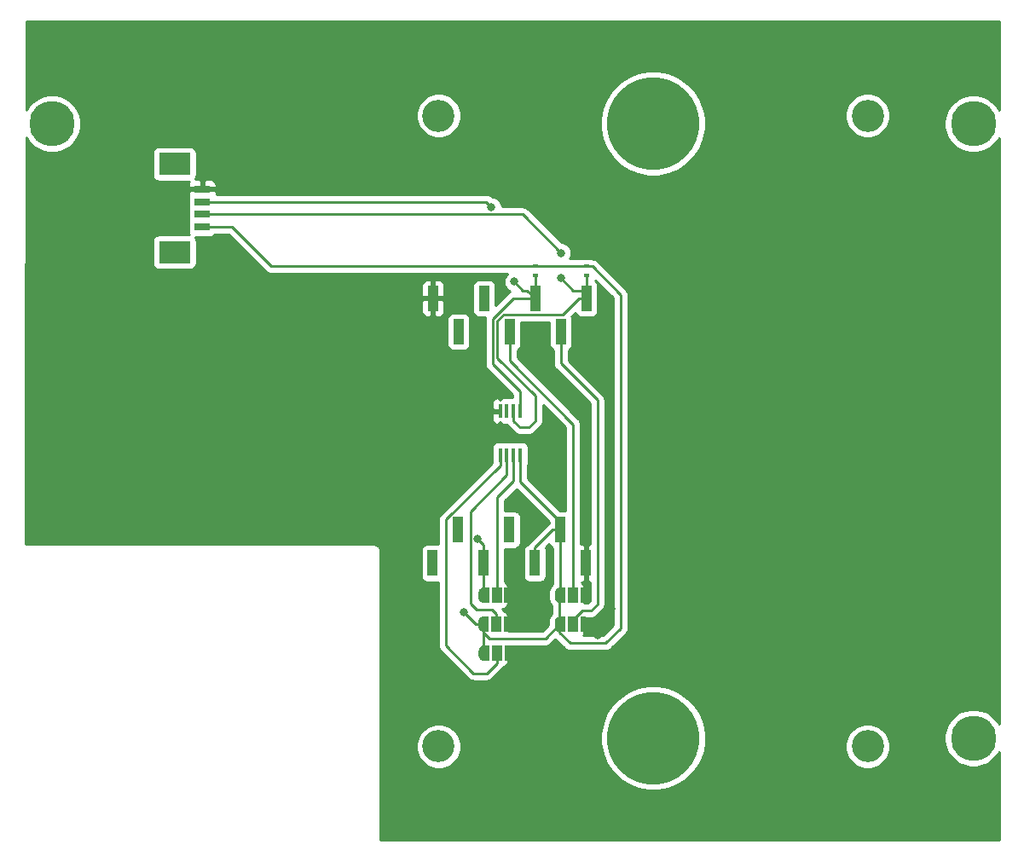
<source format=gbr>
G04 #@! TF.GenerationSoftware,KiCad,Pcbnew,(5.1.2)-2*
G04 #@! TF.CreationDate,2021-08-28T01:19:32-04:00*
G04 #@! TF.ProjectId,MAG_Plus,4d41475f-506c-4757-932e-6b696361645f,rev?*
G04 #@! TF.SameCoordinates,Original*
G04 #@! TF.FileFunction,Copper,L1,Top*
G04 #@! TF.FilePolarity,Positive*
%FSLAX46Y46*%
G04 Gerber Fmt 4.6, Leading zero omitted, Abs format (unit mm)*
G04 Created by KiCad (PCBNEW (5.1.2)-2) date 2021-08-28 01:19:32*
%MOMM*%
%LPD*%
G04 APERTURE LIST*
%ADD10C,4.500000*%
%ADD11C,3.200000*%
%ADD12C,9.200000*%
%ADD13R,3.100000X2.200000*%
%ADD14R,1.500000X0.800000*%
%ADD15R,1.000000X2.510000*%
%ADD16R,1.000000X1.500000*%
%ADD17C,0.500000*%
%ADD18C,0.100000*%
%ADD19R,0.600000X0.400000*%
%ADD20R,0.450000X1.450000*%
%ADD21C,0.800000*%
%ADD22C,0.250000*%
%ADD23C,0.254000*%
G04 APERTURE END LIST*
D10*
X346600000Y-46800000D03*
X255100000Y-46790000D03*
X346600000Y-107800000D03*
D11*
X336100000Y-45990000D03*
X293510000Y-108610000D03*
X293510000Y-45990000D03*
X336100000Y-108610000D03*
D12*
X314810000Y-107800000D03*
X314790000Y-46770000D03*
D13*
X267285000Y-59545000D03*
X267285000Y-50795000D03*
D14*
X270035000Y-57045000D03*
X270035000Y-55795000D03*
X270035000Y-54545000D03*
X270035000Y-53295000D03*
D15*
X308180000Y-64135000D03*
X303100000Y-64135000D03*
X298020000Y-64135000D03*
X292940000Y-64135000D03*
X305640000Y-67445000D03*
X300560000Y-67445000D03*
X295480000Y-67445000D03*
X305600000Y-87115000D03*
X300520000Y-87115000D03*
X295440000Y-87115000D03*
X308140000Y-90425000D03*
X303060000Y-90425000D03*
X297980000Y-90425000D03*
X292900000Y-90425000D03*
D16*
X306850000Y-93610000D03*
D17*
X308150000Y-93610000D03*
D18*
G36*
X308150000Y-92860602D02*
G01*
X308174534Y-92860602D01*
X308223365Y-92865412D01*
X308271490Y-92874984D01*
X308318445Y-92889228D01*
X308363778Y-92908005D01*
X308407051Y-92931136D01*
X308447850Y-92958396D01*
X308485779Y-92989524D01*
X308520476Y-93024221D01*
X308551604Y-93062150D01*
X308578864Y-93102949D01*
X308601995Y-93146222D01*
X308620772Y-93191555D01*
X308635016Y-93238510D01*
X308644588Y-93286635D01*
X308649398Y-93335466D01*
X308649398Y-93360000D01*
X308650000Y-93360000D01*
X308650000Y-93860000D01*
X308649398Y-93860000D01*
X308649398Y-93884534D01*
X308644588Y-93933365D01*
X308635016Y-93981490D01*
X308620772Y-94028445D01*
X308601995Y-94073778D01*
X308578864Y-94117051D01*
X308551604Y-94157850D01*
X308520476Y-94195779D01*
X308485779Y-94230476D01*
X308447850Y-94261604D01*
X308407051Y-94288864D01*
X308363778Y-94311995D01*
X308318445Y-94330772D01*
X308271490Y-94345016D01*
X308223365Y-94354588D01*
X308174534Y-94359398D01*
X308150000Y-94359398D01*
X308150000Y-94360000D01*
X307600000Y-94360000D01*
X307600000Y-92860000D01*
X308150000Y-92860000D01*
X308150000Y-92860602D01*
X308150000Y-92860602D01*
G37*
D17*
X305550000Y-93610000D03*
D18*
G36*
X306100000Y-94360000D02*
G01*
X305550000Y-94360000D01*
X305550000Y-94359398D01*
X305525466Y-94359398D01*
X305476635Y-94354588D01*
X305428510Y-94345016D01*
X305381555Y-94330772D01*
X305336222Y-94311995D01*
X305292949Y-94288864D01*
X305252150Y-94261604D01*
X305214221Y-94230476D01*
X305179524Y-94195779D01*
X305148396Y-94157850D01*
X305121136Y-94117051D01*
X305098005Y-94073778D01*
X305079228Y-94028445D01*
X305064984Y-93981490D01*
X305055412Y-93933365D01*
X305050602Y-93884534D01*
X305050602Y-93860000D01*
X305050000Y-93860000D01*
X305050000Y-93360000D01*
X305050602Y-93360000D01*
X305050602Y-93335466D01*
X305055412Y-93286635D01*
X305064984Y-93238510D01*
X305079228Y-93191555D01*
X305098005Y-93146222D01*
X305121136Y-93102949D01*
X305148396Y-93062150D01*
X305179524Y-93024221D01*
X305214221Y-92989524D01*
X305252150Y-92958396D01*
X305292949Y-92931136D01*
X305336222Y-92908005D01*
X305381555Y-92889228D01*
X305428510Y-92874984D01*
X305476635Y-92865412D01*
X305525466Y-92860602D01*
X305550000Y-92860602D01*
X305550000Y-92860000D01*
X306100000Y-92860000D01*
X306100000Y-94360000D01*
X306100000Y-94360000D01*
G37*
D17*
X305530000Y-96510000D03*
D18*
G36*
X306080000Y-97260000D02*
G01*
X305530000Y-97260000D01*
X305530000Y-97259398D01*
X305505466Y-97259398D01*
X305456635Y-97254588D01*
X305408510Y-97245016D01*
X305361555Y-97230772D01*
X305316222Y-97211995D01*
X305272949Y-97188864D01*
X305232150Y-97161604D01*
X305194221Y-97130476D01*
X305159524Y-97095779D01*
X305128396Y-97057850D01*
X305101136Y-97017051D01*
X305078005Y-96973778D01*
X305059228Y-96928445D01*
X305044984Y-96881490D01*
X305035412Y-96833365D01*
X305030602Y-96784534D01*
X305030602Y-96760000D01*
X305030000Y-96760000D01*
X305030000Y-96260000D01*
X305030602Y-96260000D01*
X305030602Y-96235466D01*
X305035412Y-96186635D01*
X305044984Y-96138510D01*
X305059228Y-96091555D01*
X305078005Y-96046222D01*
X305101136Y-96002949D01*
X305128396Y-95962150D01*
X305159524Y-95924221D01*
X305194221Y-95889524D01*
X305232150Y-95858396D01*
X305272949Y-95831136D01*
X305316222Y-95808005D01*
X305361555Y-95789228D01*
X305408510Y-95774984D01*
X305456635Y-95765412D01*
X305505466Y-95760602D01*
X305530000Y-95760602D01*
X305530000Y-95760000D01*
X306080000Y-95760000D01*
X306080000Y-97260000D01*
X306080000Y-97260000D01*
G37*
D17*
X308130000Y-96510000D03*
D18*
G36*
X308130000Y-95760602D02*
G01*
X308154534Y-95760602D01*
X308203365Y-95765412D01*
X308251490Y-95774984D01*
X308298445Y-95789228D01*
X308343778Y-95808005D01*
X308387051Y-95831136D01*
X308427850Y-95858396D01*
X308465779Y-95889524D01*
X308500476Y-95924221D01*
X308531604Y-95962150D01*
X308558864Y-96002949D01*
X308581995Y-96046222D01*
X308600772Y-96091555D01*
X308615016Y-96138510D01*
X308624588Y-96186635D01*
X308629398Y-96235466D01*
X308629398Y-96260000D01*
X308630000Y-96260000D01*
X308630000Y-96760000D01*
X308629398Y-96760000D01*
X308629398Y-96784534D01*
X308624588Y-96833365D01*
X308615016Y-96881490D01*
X308600772Y-96928445D01*
X308581995Y-96973778D01*
X308558864Y-97017051D01*
X308531604Y-97057850D01*
X308500476Y-97095779D01*
X308465779Y-97130476D01*
X308427850Y-97161604D01*
X308387051Y-97188864D01*
X308343778Y-97211995D01*
X308298445Y-97230772D01*
X308251490Y-97245016D01*
X308203365Y-97254588D01*
X308154534Y-97259398D01*
X308130000Y-97259398D01*
X308130000Y-97260000D01*
X307580000Y-97260000D01*
X307580000Y-95760000D01*
X308130000Y-95760000D01*
X308130000Y-95760602D01*
X308130000Y-95760602D01*
G37*
D16*
X306830000Y-96510000D03*
D19*
X308210000Y-61860000D03*
X308210000Y-60960000D03*
X303090000Y-60950000D03*
X303090000Y-61850000D03*
D16*
X299270000Y-93600000D03*
D17*
X300570000Y-93600000D03*
D18*
G36*
X300570000Y-92850602D02*
G01*
X300594534Y-92850602D01*
X300643365Y-92855412D01*
X300691490Y-92864984D01*
X300738445Y-92879228D01*
X300783778Y-92898005D01*
X300827051Y-92921136D01*
X300867850Y-92948396D01*
X300905779Y-92979524D01*
X300940476Y-93014221D01*
X300971604Y-93052150D01*
X300998864Y-93092949D01*
X301021995Y-93136222D01*
X301040772Y-93181555D01*
X301055016Y-93228510D01*
X301064588Y-93276635D01*
X301069398Y-93325466D01*
X301069398Y-93350000D01*
X301070000Y-93350000D01*
X301070000Y-93850000D01*
X301069398Y-93850000D01*
X301069398Y-93874534D01*
X301064588Y-93923365D01*
X301055016Y-93971490D01*
X301040772Y-94018445D01*
X301021995Y-94063778D01*
X300998864Y-94107051D01*
X300971604Y-94147850D01*
X300940476Y-94185779D01*
X300905779Y-94220476D01*
X300867850Y-94251604D01*
X300827051Y-94278864D01*
X300783778Y-94301995D01*
X300738445Y-94320772D01*
X300691490Y-94335016D01*
X300643365Y-94344588D01*
X300594534Y-94349398D01*
X300570000Y-94349398D01*
X300570000Y-94350000D01*
X300020000Y-94350000D01*
X300020000Y-92850000D01*
X300570000Y-92850000D01*
X300570000Y-92850602D01*
X300570000Y-92850602D01*
G37*
D17*
X297970000Y-93600000D03*
D18*
G36*
X298520000Y-94350000D02*
G01*
X297970000Y-94350000D01*
X297970000Y-94349398D01*
X297945466Y-94349398D01*
X297896635Y-94344588D01*
X297848510Y-94335016D01*
X297801555Y-94320772D01*
X297756222Y-94301995D01*
X297712949Y-94278864D01*
X297672150Y-94251604D01*
X297634221Y-94220476D01*
X297599524Y-94185779D01*
X297568396Y-94147850D01*
X297541136Y-94107051D01*
X297518005Y-94063778D01*
X297499228Y-94018445D01*
X297484984Y-93971490D01*
X297475412Y-93923365D01*
X297470602Y-93874534D01*
X297470602Y-93850000D01*
X297470000Y-93850000D01*
X297470000Y-93350000D01*
X297470602Y-93350000D01*
X297470602Y-93325466D01*
X297475412Y-93276635D01*
X297484984Y-93228510D01*
X297499228Y-93181555D01*
X297518005Y-93136222D01*
X297541136Y-93092949D01*
X297568396Y-93052150D01*
X297599524Y-93014221D01*
X297634221Y-92979524D01*
X297672150Y-92948396D01*
X297712949Y-92921136D01*
X297756222Y-92898005D01*
X297801555Y-92879228D01*
X297848510Y-92864984D01*
X297896635Y-92855412D01*
X297945466Y-92850602D01*
X297970000Y-92850602D01*
X297970000Y-92850000D01*
X298520000Y-92850000D01*
X298520000Y-94350000D01*
X298520000Y-94350000D01*
G37*
D17*
X297990000Y-99350000D03*
D18*
G36*
X298540000Y-100100000D02*
G01*
X297990000Y-100100000D01*
X297990000Y-100099398D01*
X297965466Y-100099398D01*
X297916635Y-100094588D01*
X297868510Y-100085016D01*
X297821555Y-100070772D01*
X297776222Y-100051995D01*
X297732949Y-100028864D01*
X297692150Y-100001604D01*
X297654221Y-99970476D01*
X297619524Y-99935779D01*
X297588396Y-99897850D01*
X297561136Y-99857051D01*
X297538005Y-99813778D01*
X297519228Y-99768445D01*
X297504984Y-99721490D01*
X297495412Y-99673365D01*
X297490602Y-99624534D01*
X297490602Y-99600000D01*
X297490000Y-99600000D01*
X297490000Y-99100000D01*
X297490602Y-99100000D01*
X297490602Y-99075466D01*
X297495412Y-99026635D01*
X297504984Y-98978510D01*
X297519228Y-98931555D01*
X297538005Y-98886222D01*
X297561136Y-98842949D01*
X297588396Y-98802150D01*
X297619524Y-98764221D01*
X297654221Y-98729524D01*
X297692150Y-98698396D01*
X297732949Y-98671136D01*
X297776222Y-98648005D01*
X297821555Y-98629228D01*
X297868510Y-98614984D01*
X297916635Y-98605412D01*
X297965466Y-98600602D01*
X297990000Y-98600602D01*
X297990000Y-98600000D01*
X298540000Y-98600000D01*
X298540000Y-100100000D01*
X298540000Y-100100000D01*
G37*
D17*
X300590000Y-99350000D03*
D18*
G36*
X300590000Y-98600602D02*
G01*
X300614534Y-98600602D01*
X300663365Y-98605412D01*
X300711490Y-98614984D01*
X300758445Y-98629228D01*
X300803778Y-98648005D01*
X300847051Y-98671136D01*
X300887850Y-98698396D01*
X300925779Y-98729524D01*
X300960476Y-98764221D01*
X300991604Y-98802150D01*
X301018864Y-98842949D01*
X301041995Y-98886222D01*
X301060772Y-98931555D01*
X301075016Y-98978510D01*
X301084588Y-99026635D01*
X301089398Y-99075466D01*
X301089398Y-99100000D01*
X301090000Y-99100000D01*
X301090000Y-99600000D01*
X301089398Y-99600000D01*
X301089398Y-99624534D01*
X301084588Y-99673365D01*
X301075016Y-99721490D01*
X301060772Y-99768445D01*
X301041995Y-99813778D01*
X301018864Y-99857051D01*
X300991604Y-99897850D01*
X300960476Y-99935779D01*
X300925779Y-99970476D01*
X300887850Y-100001604D01*
X300847051Y-100028864D01*
X300803778Y-100051995D01*
X300758445Y-100070772D01*
X300711490Y-100085016D01*
X300663365Y-100094588D01*
X300614534Y-100099398D01*
X300590000Y-100099398D01*
X300590000Y-100100000D01*
X300040000Y-100100000D01*
X300040000Y-98600000D01*
X300590000Y-98600000D01*
X300590000Y-98600602D01*
X300590000Y-98600602D01*
G37*
D16*
X299290000Y-99350000D03*
X299250000Y-96470000D03*
D17*
X300550000Y-96470000D03*
D18*
G36*
X300550000Y-95720602D02*
G01*
X300574534Y-95720602D01*
X300623365Y-95725412D01*
X300671490Y-95734984D01*
X300718445Y-95749228D01*
X300763778Y-95768005D01*
X300807051Y-95791136D01*
X300847850Y-95818396D01*
X300885779Y-95849524D01*
X300920476Y-95884221D01*
X300951604Y-95922150D01*
X300978864Y-95962949D01*
X301001995Y-96006222D01*
X301020772Y-96051555D01*
X301035016Y-96098510D01*
X301044588Y-96146635D01*
X301049398Y-96195466D01*
X301049398Y-96220000D01*
X301050000Y-96220000D01*
X301050000Y-96720000D01*
X301049398Y-96720000D01*
X301049398Y-96744534D01*
X301044588Y-96793365D01*
X301035016Y-96841490D01*
X301020772Y-96888445D01*
X301001995Y-96933778D01*
X300978864Y-96977051D01*
X300951604Y-97017850D01*
X300920476Y-97055779D01*
X300885779Y-97090476D01*
X300847850Y-97121604D01*
X300807051Y-97148864D01*
X300763778Y-97171995D01*
X300718445Y-97190772D01*
X300671490Y-97205016D01*
X300623365Y-97214588D01*
X300574534Y-97219398D01*
X300550000Y-97219398D01*
X300550000Y-97220000D01*
X300000000Y-97220000D01*
X300000000Y-95720000D01*
X300550000Y-95720000D01*
X300550000Y-95720602D01*
X300550000Y-95720602D01*
G37*
D17*
X297950000Y-96470000D03*
D18*
G36*
X298500000Y-97220000D02*
G01*
X297950000Y-97220000D01*
X297950000Y-97219398D01*
X297925466Y-97219398D01*
X297876635Y-97214588D01*
X297828510Y-97205016D01*
X297781555Y-97190772D01*
X297736222Y-97171995D01*
X297692949Y-97148864D01*
X297652150Y-97121604D01*
X297614221Y-97090476D01*
X297579524Y-97055779D01*
X297548396Y-97017850D01*
X297521136Y-96977051D01*
X297498005Y-96933778D01*
X297479228Y-96888445D01*
X297464984Y-96841490D01*
X297455412Y-96793365D01*
X297450602Y-96744534D01*
X297450602Y-96720000D01*
X297450000Y-96720000D01*
X297450000Y-96220000D01*
X297450602Y-96220000D01*
X297450602Y-96195466D01*
X297455412Y-96146635D01*
X297464984Y-96098510D01*
X297479228Y-96051555D01*
X297498005Y-96006222D01*
X297521136Y-95962949D01*
X297548396Y-95922150D01*
X297579524Y-95884221D01*
X297614221Y-95849524D01*
X297652150Y-95818396D01*
X297692949Y-95791136D01*
X297736222Y-95768005D01*
X297781555Y-95749228D01*
X297828510Y-95734984D01*
X297876635Y-95725412D01*
X297925466Y-95720602D01*
X297950000Y-95720602D01*
X297950000Y-95720000D01*
X298500000Y-95720000D01*
X298500000Y-97220000D01*
X298500000Y-97220000D01*
G37*
D20*
X301585000Y-79720000D03*
X300935000Y-79720000D03*
X300285000Y-79720000D03*
X299635000Y-79720000D03*
X299635000Y-75320000D03*
X300285000Y-75320000D03*
X300935000Y-75320000D03*
X301585000Y-75320000D03*
D21*
X305670000Y-59620000D03*
X305630000Y-62130000D03*
X298750000Y-55060000D03*
X301010000Y-62480000D03*
X310680000Y-94970000D03*
X308190000Y-85500000D03*
X302600000Y-99340000D03*
X302540000Y-96590000D03*
X309260000Y-97620000D03*
X302540000Y-101930000D03*
X295980000Y-95270000D03*
X297400000Y-88000000D03*
D22*
X308210000Y-64105000D02*
X308180000Y-64135000D01*
X308210000Y-61860000D02*
X308210000Y-64105000D01*
X307430000Y-64135000D02*
X308180000Y-64135000D01*
X305849999Y-65715001D02*
X307430000Y-64135000D01*
X299949997Y-65715001D02*
X305849999Y-65715001D01*
X299330000Y-66334998D02*
X299949997Y-65715001D01*
X299330000Y-70050000D02*
X299330000Y-66334998D01*
X300935000Y-76295000D02*
X301570000Y-76930000D01*
X300935000Y-75320000D02*
X300935000Y-76295000D01*
X301570000Y-76930000D02*
X302480000Y-76930000D01*
X302480000Y-76930000D02*
X303110000Y-76300000D01*
X303110000Y-76300000D02*
X303110000Y-73830000D01*
X303110000Y-73830000D02*
X299330000Y-70050000D01*
X270035000Y-55795000D02*
X301845000Y-55795000D01*
X301845000Y-55795000D02*
X305670000Y-59620000D01*
X308180000Y-63550000D02*
X308180000Y-64135000D01*
X307970000Y-63340000D02*
X308180000Y-63550000D01*
X305630000Y-62130000D02*
X306840000Y-63340000D01*
X306840000Y-63340000D02*
X307970000Y-63340000D01*
X303090000Y-64125000D02*
X303100000Y-64135000D01*
X303090000Y-61850000D02*
X303090000Y-64125000D01*
X298879989Y-66148598D02*
X298879989Y-70689989D01*
X303100000Y-64135000D02*
X300893587Y-64135000D01*
X301585000Y-74345000D02*
X301585000Y-75320000D01*
X300893587Y-64135000D02*
X298879989Y-66148598D01*
X301585000Y-73395000D02*
X301585000Y-74345000D01*
X298879989Y-70689989D02*
X301585000Y-73395000D01*
X270035000Y-54545000D02*
X298235000Y-54545000D01*
X298235000Y-54545000D02*
X298750000Y-55060000D01*
X302305000Y-63340000D02*
X303100000Y-64135000D01*
X301010000Y-62480000D02*
X301870000Y-63340000D01*
X301870000Y-63340000D02*
X302305000Y-63340000D01*
X308130000Y-96510000D02*
X309140000Y-96510000D01*
X309140000Y-96510000D02*
X310680000Y-94970000D01*
X308190000Y-90375000D02*
X308140000Y-90425000D01*
X308190000Y-85500000D02*
X308190000Y-90375000D01*
X300590000Y-99350000D02*
X302590000Y-99350000D01*
X302590000Y-99350000D02*
X302600000Y-99340000D01*
X300670000Y-96590000D02*
X300550000Y-96470000D01*
X302540000Y-96590000D02*
X300670000Y-96590000D01*
X308130000Y-96510000D02*
X308150000Y-96510000D01*
X308150000Y-96510000D02*
X309260000Y-97620000D01*
X300590000Y-99980000D02*
X300590000Y-99350000D01*
X302540000Y-101930000D02*
X300590000Y-99980000D01*
X297970000Y-90435000D02*
X297980000Y-90425000D01*
X297970000Y-93600000D02*
X297970000Y-90435000D01*
X297990000Y-96510000D02*
X297950000Y-96470000D01*
X297990000Y-99350000D02*
X297990000Y-96510000D01*
X305530000Y-93630000D02*
X305550000Y-93610000D01*
X305530000Y-96510000D02*
X305530000Y-93630000D01*
X305550000Y-87165000D02*
X305600000Y-87115000D01*
X305550000Y-93610000D02*
X305550000Y-87165000D01*
X303060000Y-88920000D02*
X303060000Y-90425000D01*
X303060000Y-88905000D02*
X303060000Y-88920000D01*
X304850000Y-87115000D02*
X303060000Y-88905000D01*
X305600000Y-87115000D02*
X304850000Y-87115000D01*
X297950000Y-96470000D02*
X297180000Y-96470000D01*
X297180000Y-96470000D02*
X295980000Y-95270000D01*
X297980000Y-90425000D02*
X297980000Y-88580000D01*
X297799999Y-88399999D02*
X297400000Y-88000000D01*
X297980000Y-88580000D02*
X297799999Y-88399999D01*
X297950000Y-97317592D02*
X298552408Y-97920000D01*
X297950000Y-96470000D02*
X297950000Y-97317592D01*
X304120000Y-97920000D02*
X305530000Y-96510000D01*
X298552408Y-97920000D02*
X304120000Y-97920000D01*
X308200000Y-60950000D02*
X308210000Y-60960000D01*
X303090000Y-60950000D02*
X308200000Y-60950000D01*
X308760000Y-60960000D02*
X311570000Y-63770000D01*
X308210000Y-60960000D02*
X308760000Y-60960000D01*
X311570000Y-63770000D02*
X311570000Y-96910000D01*
X311570000Y-96910000D02*
X310100000Y-98380000D01*
X305530000Y-97357592D02*
X305530000Y-96510000D01*
X306552408Y-98380000D02*
X305530000Y-97357592D01*
X310100000Y-98380000D02*
X306552408Y-98380000D01*
X301585000Y-82345000D02*
X301585000Y-79720000D01*
X305600000Y-87115000D02*
X305600000Y-86360000D01*
X305600000Y-86360000D02*
X301585000Y-82345000D01*
X276880000Y-60950000D02*
X303090000Y-60950000D01*
X270035000Y-57045000D02*
X272975000Y-57045000D01*
X272975000Y-57045000D02*
X276880000Y-60950000D01*
X306830000Y-96050364D02*
X307740364Y-95140000D01*
X306830000Y-96510000D02*
X306830000Y-96050364D01*
X307740364Y-95140000D02*
X308630000Y-95140000D01*
X308630000Y-95140000D02*
X309270000Y-94500000D01*
X309270000Y-94500000D02*
X309270000Y-74240000D01*
X305640000Y-70610000D02*
X305640000Y-67445000D01*
X309270000Y-74240000D02*
X305640000Y-70610000D01*
X306850000Y-93610000D02*
X306850000Y-76630000D01*
X300560000Y-70340000D02*
X300560000Y-67445000D01*
X306850000Y-76630000D02*
X300560000Y-70340000D01*
X300935000Y-82285000D02*
X300935000Y-79720000D01*
X299310000Y-83910000D02*
X300935000Y-82285000D01*
X299310000Y-93490000D02*
X299310000Y-83910000D01*
X299270000Y-93600000D02*
X299420000Y-93600000D01*
X299420000Y-93600000D02*
X299310000Y-93490000D01*
X299290000Y-100350000D02*
X298280000Y-101360000D01*
X299290000Y-99350000D02*
X299290000Y-100350000D01*
X298280000Y-101360000D02*
X296980000Y-101360000D01*
X296980000Y-101360000D02*
X294240000Y-98620000D01*
X299635000Y-80695000D02*
X299635000Y-79720000D01*
X294240000Y-86090000D02*
X299635000Y-80695000D01*
X294240000Y-98620000D02*
X294240000Y-86090000D01*
X300285000Y-80695000D02*
X300285000Y-79720000D01*
X299250000Y-95470000D02*
X298840000Y-95060000D01*
X298840000Y-95060000D02*
X297260000Y-95060000D01*
X300285000Y-81655000D02*
X300285000Y-80695000D01*
X297260000Y-95060000D02*
X296660000Y-94460000D01*
X296660000Y-94460000D02*
X296660000Y-85280000D01*
X299250000Y-96470000D02*
X299250000Y-95470000D01*
X296660000Y-85280000D02*
X300285000Y-81655000D01*
D23*
G36*
X349140001Y-45408517D02*
G01*
X348840926Y-44960920D01*
X348439080Y-44559074D01*
X347966560Y-44243346D01*
X347441523Y-44025869D01*
X346884148Y-43915000D01*
X346315852Y-43915000D01*
X345758477Y-44025869D01*
X345233440Y-44243346D01*
X344760920Y-44559074D01*
X344359074Y-44960920D01*
X344043346Y-45433440D01*
X343825869Y-45958477D01*
X343715000Y-46515852D01*
X343715000Y-47084148D01*
X343825869Y-47641523D01*
X344043346Y-48166560D01*
X344359074Y-48639080D01*
X344760920Y-49040926D01*
X345233440Y-49356654D01*
X345758477Y-49574131D01*
X346315852Y-49685000D01*
X346884148Y-49685000D01*
X347441523Y-49574131D01*
X347966560Y-49356654D01*
X348439080Y-49040926D01*
X348840926Y-48639080D01*
X349140001Y-48191483D01*
X349140000Y-106408516D01*
X348840926Y-105960920D01*
X348439080Y-105559074D01*
X347966560Y-105243346D01*
X347441523Y-105025869D01*
X346884148Y-104915000D01*
X346315852Y-104915000D01*
X345758477Y-105025869D01*
X345233440Y-105243346D01*
X344760920Y-105559074D01*
X344359074Y-105960920D01*
X344043346Y-106433440D01*
X343825869Y-106958477D01*
X343715000Y-107515852D01*
X343715000Y-108084148D01*
X343825869Y-108641523D01*
X344043346Y-109166560D01*
X344359074Y-109639080D01*
X344760920Y-110040926D01*
X345233440Y-110356654D01*
X345758477Y-110574131D01*
X346315852Y-110685000D01*
X346884148Y-110685000D01*
X347441523Y-110574131D01*
X347966560Y-110356654D01*
X348439080Y-110040926D01*
X348840926Y-109639080D01*
X349140000Y-109191484D01*
X349140000Y-117940000D01*
X287680448Y-117940000D01*
X287686944Y-108389872D01*
X291275000Y-108389872D01*
X291275000Y-108830128D01*
X291360890Y-109261925D01*
X291529369Y-109668669D01*
X291773962Y-110034729D01*
X292085271Y-110346038D01*
X292451331Y-110590631D01*
X292858075Y-110759110D01*
X293289872Y-110845000D01*
X293730128Y-110845000D01*
X294161925Y-110759110D01*
X294568669Y-110590631D01*
X294934729Y-110346038D01*
X295246038Y-110034729D01*
X295490631Y-109668669D01*
X295659110Y-109261925D01*
X295745000Y-108830128D01*
X295745000Y-108389872D01*
X295659110Y-107958075D01*
X295490631Y-107551331D01*
X295312272Y-107284397D01*
X309575000Y-107284397D01*
X309575000Y-108315603D01*
X309776178Y-109326993D01*
X310170803Y-110279702D01*
X310743710Y-111137118D01*
X311472882Y-111866290D01*
X312330298Y-112439197D01*
X313283007Y-112833822D01*
X314294397Y-113035000D01*
X315325603Y-113035000D01*
X316336993Y-112833822D01*
X317289702Y-112439197D01*
X318147118Y-111866290D01*
X318876290Y-111137118D01*
X319449197Y-110279702D01*
X319843822Y-109326993D01*
X320030226Y-108389872D01*
X333865000Y-108389872D01*
X333865000Y-108830128D01*
X333950890Y-109261925D01*
X334119369Y-109668669D01*
X334363962Y-110034729D01*
X334675271Y-110346038D01*
X335041331Y-110590631D01*
X335448075Y-110759110D01*
X335879872Y-110845000D01*
X336320128Y-110845000D01*
X336751925Y-110759110D01*
X337158669Y-110590631D01*
X337524729Y-110346038D01*
X337836038Y-110034729D01*
X338080631Y-109668669D01*
X338249110Y-109261925D01*
X338335000Y-108830128D01*
X338335000Y-108389872D01*
X338249110Y-107958075D01*
X338080631Y-107551331D01*
X337836038Y-107185271D01*
X337524729Y-106873962D01*
X337158669Y-106629369D01*
X336751925Y-106460890D01*
X336320128Y-106375000D01*
X335879872Y-106375000D01*
X335448075Y-106460890D01*
X335041331Y-106629369D01*
X334675271Y-106873962D01*
X334363962Y-107185271D01*
X334119369Y-107551331D01*
X333950890Y-107958075D01*
X333865000Y-108389872D01*
X320030226Y-108389872D01*
X320045000Y-108315603D01*
X320045000Y-107284397D01*
X319843822Y-106273007D01*
X319449197Y-105320298D01*
X318876290Y-104462882D01*
X318147118Y-103733710D01*
X317289702Y-103160803D01*
X316336993Y-102766178D01*
X315325603Y-102565000D01*
X314294397Y-102565000D01*
X313283007Y-102766178D01*
X312330298Y-103160803D01*
X311472882Y-103733710D01*
X310743710Y-104462882D01*
X310170803Y-105320298D01*
X309776178Y-106273007D01*
X309575000Y-107284397D01*
X295312272Y-107284397D01*
X295246038Y-107185271D01*
X294934729Y-106873962D01*
X294568669Y-106629369D01*
X294161925Y-106460890D01*
X293730128Y-106375000D01*
X293289872Y-106375000D01*
X292858075Y-106460890D01*
X292451331Y-106629369D01*
X292085271Y-106873962D01*
X291773962Y-107185271D01*
X291529369Y-107551331D01*
X291360890Y-107958075D01*
X291275000Y-108389872D01*
X287686944Y-108389872D01*
X287699977Y-89232652D01*
X287703193Y-89200000D01*
X287696710Y-89134180D01*
X287690537Y-89071060D01*
X287690473Y-89070848D01*
X287690450Y-89070617D01*
X287671328Y-89007581D01*
X287652882Y-88946624D01*
X287652777Y-88946426D01*
X287652710Y-88946207D01*
X287621707Y-88888205D01*
X287591675Y-88831926D01*
X287591534Y-88831754D01*
X287591425Y-88831550D01*
X287549618Y-88780608D01*
X287509266Y-88731371D01*
X287509093Y-88731229D01*
X287508948Y-88731052D01*
X287458491Y-88689643D01*
X287408825Y-88648826D01*
X287408626Y-88648719D01*
X287408450Y-88648575D01*
X287350826Y-88617775D01*
X287294209Y-88587463D01*
X287293995Y-88587398D01*
X287293793Y-88587290D01*
X287231532Y-88568403D01*
X287169825Y-88549638D01*
X287169599Y-88549616D01*
X287169383Y-88549550D01*
X287105137Y-88543222D01*
X287040451Y-88536807D01*
X287007804Y-88540000D01*
X252500745Y-88540000D01*
X252525950Y-66190000D01*
X294341928Y-66190000D01*
X294341928Y-68700000D01*
X294354188Y-68824482D01*
X294390498Y-68944180D01*
X294449463Y-69054494D01*
X294528815Y-69151185D01*
X294625506Y-69230537D01*
X294735820Y-69289502D01*
X294855518Y-69325812D01*
X294980000Y-69338072D01*
X295980000Y-69338072D01*
X296104482Y-69325812D01*
X296224180Y-69289502D01*
X296334494Y-69230537D01*
X296431185Y-69151185D01*
X296510537Y-69054494D01*
X296569502Y-68944180D01*
X296605812Y-68824482D01*
X296618072Y-68700000D01*
X296618072Y-66190000D01*
X296605812Y-66065518D01*
X296569502Y-65945820D01*
X296510537Y-65835506D01*
X296431185Y-65738815D01*
X296334494Y-65659463D01*
X296224180Y-65600498D01*
X296104482Y-65564188D01*
X295980000Y-65551928D01*
X294980000Y-65551928D01*
X294855518Y-65564188D01*
X294735820Y-65600498D01*
X294625506Y-65659463D01*
X294528815Y-65738815D01*
X294449463Y-65835506D01*
X294390498Y-65945820D01*
X294354188Y-66065518D01*
X294341928Y-66190000D01*
X252525950Y-66190000D01*
X252526853Y-65390000D01*
X291801928Y-65390000D01*
X291814188Y-65514482D01*
X291850498Y-65634180D01*
X291909463Y-65744494D01*
X291988815Y-65841185D01*
X292085506Y-65920537D01*
X292195820Y-65979502D01*
X292315518Y-66015812D01*
X292440000Y-66028072D01*
X292654250Y-66025000D01*
X292813000Y-65866250D01*
X292813000Y-64262000D01*
X293067000Y-64262000D01*
X293067000Y-65866250D01*
X293225750Y-66025000D01*
X293440000Y-66028072D01*
X293564482Y-66015812D01*
X293684180Y-65979502D01*
X293794494Y-65920537D01*
X293891185Y-65841185D01*
X293970537Y-65744494D01*
X294029502Y-65634180D01*
X294065812Y-65514482D01*
X294078072Y-65390000D01*
X294075000Y-64420750D01*
X293916250Y-64262000D01*
X293067000Y-64262000D01*
X292813000Y-64262000D01*
X291963750Y-64262000D01*
X291805000Y-64420750D01*
X291801928Y-65390000D01*
X252526853Y-65390000D01*
X252529683Y-62880000D01*
X291801928Y-62880000D01*
X291805000Y-63849250D01*
X291963750Y-64008000D01*
X292813000Y-64008000D01*
X292813000Y-62403750D01*
X293067000Y-62403750D01*
X293067000Y-64008000D01*
X293916250Y-64008000D01*
X294075000Y-63849250D01*
X294078072Y-62880000D01*
X294065812Y-62755518D01*
X294029502Y-62635820D01*
X293970537Y-62525506D01*
X293891185Y-62428815D01*
X293794494Y-62349463D01*
X293684180Y-62290498D01*
X293564482Y-62254188D01*
X293440000Y-62241928D01*
X293225750Y-62245000D01*
X293067000Y-62403750D01*
X292813000Y-62403750D01*
X292654250Y-62245000D01*
X292440000Y-62241928D01*
X292315518Y-62254188D01*
X292195820Y-62290498D01*
X292085506Y-62349463D01*
X291988815Y-62428815D01*
X291909463Y-62525506D01*
X291850498Y-62635820D01*
X291814188Y-62755518D01*
X291801928Y-62880000D01*
X252529683Y-62880000D01*
X252534686Y-58445000D01*
X265096928Y-58445000D01*
X265096928Y-60645000D01*
X265109188Y-60769482D01*
X265145498Y-60889180D01*
X265204463Y-60999494D01*
X265283815Y-61096185D01*
X265380506Y-61175537D01*
X265490820Y-61234502D01*
X265610518Y-61270812D01*
X265735000Y-61283072D01*
X268835000Y-61283072D01*
X268959482Y-61270812D01*
X269079180Y-61234502D01*
X269189494Y-61175537D01*
X269286185Y-61096185D01*
X269365537Y-60999494D01*
X269424502Y-60889180D01*
X269460812Y-60769482D01*
X269473072Y-60645000D01*
X269473072Y-58445000D01*
X269460812Y-58320518D01*
X269424502Y-58200820D01*
X269365537Y-58090506D01*
X269359436Y-58083072D01*
X270785000Y-58083072D01*
X270909482Y-58070812D01*
X271029180Y-58034502D01*
X271139494Y-57975537D01*
X271236185Y-57896185D01*
X271311018Y-57805000D01*
X272660199Y-57805000D01*
X276316200Y-61461002D01*
X276339999Y-61490001D01*
X276368997Y-61513799D01*
X276455723Y-61584974D01*
X276558190Y-61639744D01*
X276587753Y-61655546D01*
X276731014Y-61699003D01*
X276842667Y-61710000D01*
X276842677Y-61710000D01*
X276880000Y-61713676D01*
X276917323Y-61710000D01*
X300316289Y-61710000D01*
X300206063Y-61820226D01*
X300092795Y-61989744D01*
X300014774Y-62178102D01*
X299975000Y-62378061D01*
X299975000Y-62581939D01*
X300014774Y-62781898D01*
X300092795Y-62970256D01*
X300206063Y-63139774D01*
X300350226Y-63283937D01*
X300519744Y-63397205D01*
X300599707Y-63430327D01*
X300469311Y-63500026D01*
X300353586Y-63594999D01*
X300329788Y-63623997D01*
X299158072Y-64795714D01*
X299158072Y-62880000D01*
X299145812Y-62755518D01*
X299109502Y-62635820D01*
X299050537Y-62525506D01*
X298971185Y-62428815D01*
X298874494Y-62349463D01*
X298764180Y-62290498D01*
X298644482Y-62254188D01*
X298520000Y-62241928D01*
X297520000Y-62241928D01*
X297395518Y-62254188D01*
X297275820Y-62290498D01*
X297165506Y-62349463D01*
X297068815Y-62428815D01*
X296989463Y-62525506D01*
X296930498Y-62635820D01*
X296894188Y-62755518D01*
X296881928Y-62880000D01*
X296881928Y-65390000D01*
X296894188Y-65514482D01*
X296930498Y-65634180D01*
X296989463Y-65744494D01*
X297068815Y-65841185D01*
X297165506Y-65920537D01*
X297275820Y-65979502D01*
X297395518Y-66015812D01*
X297520000Y-66028072D01*
X298128183Y-66028072D01*
X298119989Y-66111266D01*
X298119989Y-66111276D01*
X298116313Y-66148598D01*
X298119989Y-66185921D01*
X298119990Y-70652657D01*
X298116313Y-70689989D01*
X298119990Y-70727322D01*
X298130987Y-70838975D01*
X298143432Y-70880001D01*
X298174443Y-70982235D01*
X298245015Y-71114265D01*
X298316190Y-71200991D01*
X298339989Y-71229990D01*
X298368987Y-71253788D01*
X300825000Y-73709802D01*
X300825001Y-73956928D01*
X300710000Y-73956928D01*
X300610000Y-73966777D01*
X300510000Y-73956928D01*
X300060000Y-73956928D01*
X299956773Y-73967095D01*
X299891750Y-73960000D01*
X299859503Y-73992247D01*
X299815820Y-74005498D01*
X299705506Y-74064463D01*
X299608815Y-74143815D01*
X299537000Y-74231322D01*
X299537000Y-74118750D01*
X299378250Y-73960000D01*
X299276004Y-73971156D01*
X299156873Y-74009285D01*
X299047469Y-74069922D01*
X298951997Y-74150737D01*
X298874126Y-74248625D01*
X298816849Y-74359825D01*
X298782366Y-74480061D01*
X298772002Y-74604715D01*
X298775000Y-75034250D01*
X298933750Y-75193000D01*
X299421928Y-75193000D01*
X299421928Y-75447000D01*
X298933750Y-75447000D01*
X298775000Y-75605750D01*
X298772002Y-76035285D01*
X298782366Y-76159939D01*
X298816849Y-76280175D01*
X298874126Y-76391375D01*
X298951997Y-76489263D01*
X299047469Y-76570078D01*
X299156873Y-76630715D01*
X299276004Y-76668844D01*
X299378250Y-76680000D01*
X299537000Y-76521250D01*
X299537000Y-76408678D01*
X299608815Y-76496185D01*
X299705506Y-76575537D01*
X299815820Y-76634502D01*
X299859503Y-76647753D01*
X299891750Y-76680000D01*
X299956773Y-76672905D01*
X300060000Y-76683072D01*
X300280674Y-76683072D01*
X300300026Y-76719276D01*
X300371201Y-76806002D01*
X300395000Y-76835001D01*
X300423998Y-76858799D01*
X301006200Y-77441002D01*
X301029999Y-77470001D01*
X301058997Y-77493799D01*
X301145724Y-77564974D01*
X301277753Y-77635546D01*
X301421014Y-77679003D01*
X301570000Y-77693677D01*
X301607333Y-77690000D01*
X302442678Y-77690000D01*
X302480000Y-77693676D01*
X302517322Y-77690000D01*
X302517333Y-77690000D01*
X302628986Y-77679003D01*
X302772247Y-77635546D01*
X302904276Y-77564974D01*
X303020001Y-77470001D01*
X303043803Y-77440998D01*
X303621004Y-76863798D01*
X303650001Y-76840001D01*
X303744974Y-76724276D01*
X303815546Y-76592247D01*
X303859003Y-76448986D01*
X303870000Y-76337333D01*
X303870000Y-76337332D01*
X303873677Y-76300000D01*
X303870000Y-76262667D01*
X303870000Y-74724802D01*
X306090001Y-76944803D01*
X306090000Y-85221928D01*
X305536731Y-85221928D01*
X302345000Y-82030199D01*
X302345000Y-80791144D01*
X302399502Y-80689180D01*
X302435812Y-80569482D01*
X302448072Y-80445000D01*
X302448072Y-78995000D01*
X302435812Y-78870518D01*
X302399502Y-78750820D01*
X302340537Y-78640506D01*
X302261185Y-78543815D01*
X302164494Y-78464463D01*
X302054180Y-78405498D01*
X301934482Y-78369188D01*
X301810000Y-78356928D01*
X301360000Y-78356928D01*
X301260000Y-78366777D01*
X301160000Y-78356928D01*
X300710000Y-78356928D01*
X300610000Y-78366777D01*
X300510000Y-78356928D01*
X300060000Y-78356928D01*
X299960000Y-78366777D01*
X299860000Y-78356928D01*
X299410000Y-78356928D01*
X299285518Y-78369188D01*
X299165820Y-78405498D01*
X299055506Y-78464463D01*
X298958815Y-78543815D01*
X298879463Y-78640506D01*
X298820498Y-78750820D01*
X298784188Y-78870518D01*
X298771928Y-78995000D01*
X298771928Y-80445000D01*
X298775359Y-80479839D01*
X293728998Y-85526201D01*
X293700000Y-85549999D01*
X293676202Y-85578997D01*
X293676201Y-85578998D01*
X293605026Y-85665724D01*
X293534454Y-85797754D01*
X293490998Y-85941015D01*
X293476324Y-86090000D01*
X293480001Y-86127332D01*
X293480001Y-88539807D01*
X293400000Y-88531928D01*
X292400000Y-88531928D01*
X292275518Y-88544188D01*
X292155820Y-88580498D01*
X292045506Y-88639463D01*
X291948815Y-88718815D01*
X291869463Y-88815506D01*
X291810498Y-88925820D01*
X291774188Y-89045518D01*
X291761928Y-89170000D01*
X291761928Y-91680000D01*
X291774188Y-91804482D01*
X291810498Y-91924180D01*
X291869463Y-92034494D01*
X291948815Y-92131185D01*
X292045506Y-92210537D01*
X292155820Y-92269502D01*
X292275518Y-92305812D01*
X292400000Y-92318072D01*
X293400000Y-92318072D01*
X293480001Y-92310193D01*
X293480000Y-98582678D01*
X293476324Y-98620000D01*
X293480000Y-98657322D01*
X293480000Y-98657332D01*
X293490997Y-98768985D01*
X293509620Y-98830377D01*
X293534454Y-98912246D01*
X293605026Y-99044276D01*
X293630692Y-99075550D01*
X293699999Y-99160001D01*
X293729003Y-99183804D01*
X296416201Y-101871003D01*
X296439999Y-101900001D01*
X296555724Y-101994974D01*
X296687753Y-102065546D01*
X296831014Y-102109003D01*
X296942667Y-102120000D01*
X296942676Y-102120000D01*
X296979999Y-102123676D01*
X297017322Y-102120000D01*
X298242678Y-102120000D01*
X298280000Y-102123676D01*
X298317322Y-102120000D01*
X298317333Y-102120000D01*
X298428986Y-102109003D01*
X298572247Y-102065546D01*
X298704276Y-101994974D01*
X298820001Y-101900001D01*
X298843804Y-101870998D01*
X299801003Y-100913799D01*
X299830001Y-100890001D01*
X299924974Y-100774276D01*
X299957923Y-100712634D01*
X300034180Y-100689502D01*
X300144494Y-100630537D01*
X300241185Y-100551185D01*
X300320537Y-100454494D01*
X300379502Y-100344180D01*
X300415812Y-100224482D01*
X300428072Y-100100000D01*
X300428072Y-98680000D01*
X304082678Y-98680000D01*
X304120000Y-98683676D01*
X304157322Y-98680000D01*
X304157333Y-98680000D01*
X304268986Y-98669003D01*
X304412247Y-98625546D01*
X304544276Y-98554974D01*
X304660001Y-98460001D01*
X304683804Y-98430997D01*
X305106204Y-98008597D01*
X305988609Y-98891003D01*
X306012407Y-98920001D01*
X306128132Y-99014974D01*
X306260161Y-99085546D01*
X306403422Y-99129003D01*
X306515075Y-99140000D01*
X306515084Y-99140000D01*
X306552407Y-99143676D01*
X306589730Y-99140000D01*
X310062678Y-99140000D01*
X310100000Y-99143676D01*
X310137322Y-99140000D01*
X310137333Y-99140000D01*
X310248986Y-99129003D01*
X310392247Y-99085546D01*
X310524276Y-99014974D01*
X310640001Y-98920001D01*
X310663804Y-98890997D01*
X312081003Y-97473799D01*
X312110001Y-97450001D01*
X312167450Y-97379999D01*
X312204974Y-97334277D01*
X312275546Y-97202247D01*
X312276266Y-97199875D01*
X312319003Y-97058986D01*
X312330000Y-96947333D01*
X312330000Y-96947323D01*
X312333676Y-96910000D01*
X312330000Y-96872677D01*
X312330000Y-63807322D01*
X312333676Y-63769999D01*
X312330000Y-63732676D01*
X312330000Y-63732667D01*
X312319003Y-63621014D01*
X312275546Y-63477753D01*
X312234528Y-63401014D01*
X312204974Y-63345723D01*
X312133799Y-63258997D01*
X312110001Y-63229999D01*
X312081004Y-63206202D01*
X309323804Y-60449003D01*
X309300001Y-60419999D01*
X309184276Y-60325026D01*
X309052247Y-60254454D01*
X308908986Y-60210997D01*
X308812093Y-60201454D01*
X308754180Y-60170498D01*
X308634482Y-60134188D01*
X308510000Y-60121928D01*
X307910000Y-60121928D01*
X307785518Y-60134188D01*
X307665820Y-60170498D01*
X307629335Y-60190000D01*
X306533922Y-60190000D01*
X306587205Y-60110256D01*
X306665226Y-59921898D01*
X306705000Y-59721939D01*
X306705000Y-59518061D01*
X306665226Y-59318102D01*
X306587205Y-59129744D01*
X306473937Y-58960226D01*
X306329774Y-58816063D01*
X306160256Y-58702795D01*
X305971898Y-58624774D01*
X305771939Y-58585000D01*
X305709802Y-58585000D01*
X302408804Y-55284003D01*
X302385001Y-55254999D01*
X302269276Y-55160026D01*
X302137247Y-55089454D01*
X301993986Y-55045997D01*
X301882333Y-55035000D01*
X301882322Y-55035000D01*
X301845000Y-55031324D01*
X301807678Y-55035000D01*
X299785000Y-55035000D01*
X299785000Y-54958061D01*
X299745226Y-54758102D01*
X299667205Y-54569744D01*
X299553937Y-54400226D01*
X299409774Y-54256063D01*
X299240256Y-54142795D01*
X299051898Y-54064774D01*
X298851939Y-54025000D01*
X298791415Y-54025000D01*
X298775001Y-54004999D01*
X298659276Y-53910026D01*
X298527247Y-53839454D01*
X298383986Y-53795997D01*
X298272333Y-53785000D01*
X298272322Y-53785000D01*
X298235000Y-53781324D01*
X298197678Y-53785000D01*
X271414208Y-53785000D01*
X271423072Y-53695000D01*
X271420000Y-53580750D01*
X271261250Y-53422000D01*
X270162000Y-53422000D01*
X270162000Y-53442000D01*
X269908000Y-53442000D01*
X269908000Y-53422000D01*
X268808750Y-53422000D01*
X268650000Y-53580750D01*
X268646928Y-53695000D01*
X268659188Y-53819482D01*
X268689680Y-53920000D01*
X268659188Y-54020518D01*
X268646928Y-54145000D01*
X268646928Y-54945000D01*
X268659188Y-55069482D01*
X268689680Y-55170000D01*
X268659188Y-55270518D01*
X268646928Y-55395000D01*
X268646928Y-56195000D01*
X268659188Y-56319482D01*
X268689680Y-56420000D01*
X268659188Y-56520518D01*
X268646928Y-56645000D01*
X268646928Y-57445000D01*
X268659188Y-57569482D01*
X268695498Y-57689180D01*
X268754463Y-57799494D01*
X268760564Y-57806928D01*
X265735000Y-57806928D01*
X265610518Y-57819188D01*
X265490820Y-57855498D01*
X265380506Y-57914463D01*
X265283815Y-57993815D01*
X265204463Y-58090506D01*
X265145498Y-58200820D01*
X265109188Y-58320518D01*
X265096928Y-58445000D01*
X252534686Y-58445000D01*
X252544554Y-49695000D01*
X265096928Y-49695000D01*
X265096928Y-51895000D01*
X265109188Y-52019482D01*
X265145498Y-52139180D01*
X265204463Y-52249494D01*
X265283815Y-52346185D01*
X265380506Y-52425537D01*
X265490820Y-52484502D01*
X265610518Y-52520812D01*
X265735000Y-52533072D01*
X268760564Y-52533072D01*
X268754463Y-52540506D01*
X268695498Y-52650820D01*
X268659188Y-52770518D01*
X268646928Y-52895000D01*
X268650000Y-53009250D01*
X268808750Y-53168000D01*
X269908000Y-53168000D01*
X269908000Y-52418750D01*
X270162000Y-52418750D01*
X270162000Y-53168000D01*
X271261250Y-53168000D01*
X271420000Y-53009250D01*
X271423072Y-52895000D01*
X271410812Y-52770518D01*
X271374502Y-52650820D01*
X271315537Y-52540506D01*
X271236185Y-52443815D01*
X271139494Y-52364463D01*
X271029180Y-52305498D01*
X270909482Y-52269188D01*
X270785000Y-52256928D01*
X270320750Y-52260000D01*
X270162000Y-52418750D01*
X269908000Y-52418750D01*
X269749250Y-52260000D01*
X269359034Y-52257418D01*
X269365537Y-52249494D01*
X269424502Y-52139180D01*
X269460812Y-52019482D01*
X269473072Y-51895000D01*
X269473072Y-49695000D01*
X269460812Y-49570518D01*
X269424502Y-49450820D01*
X269365537Y-49340506D01*
X269286185Y-49243815D01*
X269189494Y-49164463D01*
X269079180Y-49105498D01*
X268959482Y-49069188D01*
X268835000Y-49056928D01*
X265735000Y-49056928D01*
X265610518Y-49069188D01*
X265490820Y-49105498D01*
X265380506Y-49164463D01*
X265283815Y-49243815D01*
X265204463Y-49340506D01*
X265145498Y-49450820D01*
X265109188Y-49570518D01*
X265096928Y-49695000D01*
X252544554Y-49695000D01*
X252546285Y-48160958D01*
X252859074Y-48629080D01*
X253260920Y-49030926D01*
X253733440Y-49346654D01*
X254258477Y-49564131D01*
X254815852Y-49675000D01*
X255384148Y-49675000D01*
X255941523Y-49564131D01*
X256466560Y-49346654D01*
X256939080Y-49030926D01*
X257340926Y-48629080D01*
X257656654Y-48156560D01*
X257874131Y-47631523D01*
X257985000Y-47074148D01*
X257985000Y-46505852D01*
X257874131Y-45948477D01*
X257800151Y-45769872D01*
X291275000Y-45769872D01*
X291275000Y-46210128D01*
X291360890Y-46641925D01*
X291529369Y-47048669D01*
X291773962Y-47414729D01*
X292085271Y-47726038D01*
X292451331Y-47970631D01*
X292858075Y-48139110D01*
X293289872Y-48225000D01*
X293730128Y-48225000D01*
X294161925Y-48139110D01*
X294568669Y-47970631D01*
X294934729Y-47726038D01*
X295246038Y-47414729D01*
X295490631Y-47048669D01*
X295659110Y-46641925D01*
X295736194Y-46254397D01*
X309555000Y-46254397D01*
X309555000Y-47285603D01*
X309756178Y-48296993D01*
X310150803Y-49249702D01*
X310723710Y-50107118D01*
X311452882Y-50836290D01*
X312310298Y-51409197D01*
X313263007Y-51803822D01*
X314274397Y-52005000D01*
X315305603Y-52005000D01*
X316316993Y-51803822D01*
X317269702Y-51409197D01*
X318127118Y-50836290D01*
X318856290Y-50107118D01*
X319429197Y-49249702D01*
X319823822Y-48296993D01*
X320025000Y-47285603D01*
X320025000Y-46254397D01*
X319928622Y-45769872D01*
X333865000Y-45769872D01*
X333865000Y-46210128D01*
X333950890Y-46641925D01*
X334119369Y-47048669D01*
X334363962Y-47414729D01*
X334675271Y-47726038D01*
X335041331Y-47970631D01*
X335448075Y-48139110D01*
X335879872Y-48225000D01*
X336320128Y-48225000D01*
X336751925Y-48139110D01*
X337158669Y-47970631D01*
X337524729Y-47726038D01*
X337836038Y-47414729D01*
X338080631Y-47048669D01*
X338249110Y-46641925D01*
X338335000Y-46210128D01*
X338335000Y-45769872D01*
X338249110Y-45338075D01*
X338080631Y-44931331D01*
X337836038Y-44565271D01*
X337524729Y-44253962D01*
X337158669Y-44009369D01*
X336751925Y-43840890D01*
X336320128Y-43755000D01*
X335879872Y-43755000D01*
X335448075Y-43840890D01*
X335041331Y-44009369D01*
X334675271Y-44253962D01*
X334363962Y-44565271D01*
X334119369Y-44931331D01*
X333950890Y-45338075D01*
X333865000Y-45769872D01*
X319928622Y-45769872D01*
X319823822Y-45243007D01*
X319429197Y-44290298D01*
X318856290Y-43432882D01*
X318127118Y-42703710D01*
X317269702Y-42130803D01*
X316316993Y-41736178D01*
X315305603Y-41535000D01*
X314274397Y-41535000D01*
X313263007Y-41736178D01*
X312310298Y-42130803D01*
X311452882Y-42703710D01*
X310723710Y-43432882D01*
X310150803Y-44290298D01*
X309756178Y-45243007D01*
X309555000Y-46254397D01*
X295736194Y-46254397D01*
X295745000Y-46210128D01*
X295745000Y-45769872D01*
X295659110Y-45338075D01*
X295490631Y-44931331D01*
X295246038Y-44565271D01*
X294934729Y-44253962D01*
X294568669Y-44009369D01*
X294161925Y-43840890D01*
X293730128Y-43755000D01*
X293289872Y-43755000D01*
X292858075Y-43840890D01*
X292451331Y-44009369D01*
X292085271Y-44253962D01*
X291773962Y-44565271D01*
X291529369Y-44931331D01*
X291360890Y-45338075D01*
X291275000Y-45769872D01*
X257800151Y-45769872D01*
X257656654Y-45423440D01*
X257340926Y-44950920D01*
X256939080Y-44549074D01*
X256466560Y-44233346D01*
X255941523Y-44015869D01*
X255384148Y-43905000D01*
X254815852Y-43905000D01*
X254258477Y-44015869D01*
X253733440Y-44233346D01*
X253260920Y-44549074D01*
X252859074Y-44950920D01*
X252549383Y-45414406D01*
X252559256Y-36660000D01*
X349140001Y-36660000D01*
X349140001Y-45408517D01*
X349140001Y-45408517D01*
G37*
X349140001Y-45408517D02*
X348840926Y-44960920D01*
X348439080Y-44559074D01*
X347966560Y-44243346D01*
X347441523Y-44025869D01*
X346884148Y-43915000D01*
X346315852Y-43915000D01*
X345758477Y-44025869D01*
X345233440Y-44243346D01*
X344760920Y-44559074D01*
X344359074Y-44960920D01*
X344043346Y-45433440D01*
X343825869Y-45958477D01*
X343715000Y-46515852D01*
X343715000Y-47084148D01*
X343825869Y-47641523D01*
X344043346Y-48166560D01*
X344359074Y-48639080D01*
X344760920Y-49040926D01*
X345233440Y-49356654D01*
X345758477Y-49574131D01*
X346315852Y-49685000D01*
X346884148Y-49685000D01*
X347441523Y-49574131D01*
X347966560Y-49356654D01*
X348439080Y-49040926D01*
X348840926Y-48639080D01*
X349140001Y-48191483D01*
X349140000Y-106408516D01*
X348840926Y-105960920D01*
X348439080Y-105559074D01*
X347966560Y-105243346D01*
X347441523Y-105025869D01*
X346884148Y-104915000D01*
X346315852Y-104915000D01*
X345758477Y-105025869D01*
X345233440Y-105243346D01*
X344760920Y-105559074D01*
X344359074Y-105960920D01*
X344043346Y-106433440D01*
X343825869Y-106958477D01*
X343715000Y-107515852D01*
X343715000Y-108084148D01*
X343825869Y-108641523D01*
X344043346Y-109166560D01*
X344359074Y-109639080D01*
X344760920Y-110040926D01*
X345233440Y-110356654D01*
X345758477Y-110574131D01*
X346315852Y-110685000D01*
X346884148Y-110685000D01*
X347441523Y-110574131D01*
X347966560Y-110356654D01*
X348439080Y-110040926D01*
X348840926Y-109639080D01*
X349140000Y-109191484D01*
X349140000Y-117940000D01*
X287680448Y-117940000D01*
X287686944Y-108389872D01*
X291275000Y-108389872D01*
X291275000Y-108830128D01*
X291360890Y-109261925D01*
X291529369Y-109668669D01*
X291773962Y-110034729D01*
X292085271Y-110346038D01*
X292451331Y-110590631D01*
X292858075Y-110759110D01*
X293289872Y-110845000D01*
X293730128Y-110845000D01*
X294161925Y-110759110D01*
X294568669Y-110590631D01*
X294934729Y-110346038D01*
X295246038Y-110034729D01*
X295490631Y-109668669D01*
X295659110Y-109261925D01*
X295745000Y-108830128D01*
X295745000Y-108389872D01*
X295659110Y-107958075D01*
X295490631Y-107551331D01*
X295312272Y-107284397D01*
X309575000Y-107284397D01*
X309575000Y-108315603D01*
X309776178Y-109326993D01*
X310170803Y-110279702D01*
X310743710Y-111137118D01*
X311472882Y-111866290D01*
X312330298Y-112439197D01*
X313283007Y-112833822D01*
X314294397Y-113035000D01*
X315325603Y-113035000D01*
X316336993Y-112833822D01*
X317289702Y-112439197D01*
X318147118Y-111866290D01*
X318876290Y-111137118D01*
X319449197Y-110279702D01*
X319843822Y-109326993D01*
X320030226Y-108389872D01*
X333865000Y-108389872D01*
X333865000Y-108830128D01*
X333950890Y-109261925D01*
X334119369Y-109668669D01*
X334363962Y-110034729D01*
X334675271Y-110346038D01*
X335041331Y-110590631D01*
X335448075Y-110759110D01*
X335879872Y-110845000D01*
X336320128Y-110845000D01*
X336751925Y-110759110D01*
X337158669Y-110590631D01*
X337524729Y-110346038D01*
X337836038Y-110034729D01*
X338080631Y-109668669D01*
X338249110Y-109261925D01*
X338335000Y-108830128D01*
X338335000Y-108389872D01*
X338249110Y-107958075D01*
X338080631Y-107551331D01*
X337836038Y-107185271D01*
X337524729Y-106873962D01*
X337158669Y-106629369D01*
X336751925Y-106460890D01*
X336320128Y-106375000D01*
X335879872Y-106375000D01*
X335448075Y-106460890D01*
X335041331Y-106629369D01*
X334675271Y-106873962D01*
X334363962Y-107185271D01*
X334119369Y-107551331D01*
X333950890Y-107958075D01*
X333865000Y-108389872D01*
X320030226Y-108389872D01*
X320045000Y-108315603D01*
X320045000Y-107284397D01*
X319843822Y-106273007D01*
X319449197Y-105320298D01*
X318876290Y-104462882D01*
X318147118Y-103733710D01*
X317289702Y-103160803D01*
X316336993Y-102766178D01*
X315325603Y-102565000D01*
X314294397Y-102565000D01*
X313283007Y-102766178D01*
X312330298Y-103160803D01*
X311472882Y-103733710D01*
X310743710Y-104462882D01*
X310170803Y-105320298D01*
X309776178Y-106273007D01*
X309575000Y-107284397D01*
X295312272Y-107284397D01*
X295246038Y-107185271D01*
X294934729Y-106873962D01*
X294568669Y-106629369D01*
X294161925Y-106460890D01*
X293730128Y-106375000D01*
X293289872Y-106375000D01*
X292858075Y-106460890D01*
X292451331Y-106629369D01*
X292085271Y-106873962D01*
X291773962Y-107185271D01*
X291529369Y-107551331D01*
X291360890Y-107958075D01*
X291275000Y-108389872D01*
X287686944Y-108389872D01*
X287699977Y-89232652D01*
X287703193Y-89200000D01*
X287696710Y-89134180D01*
X287690537Y-89071060D01*
X287690473Y-89070848D01*
X287690450Y-89070617D01*
X287671328Y-89007581D01*
X287652882Y-88946624D01*
X287652777Y-88946426D01*
X287652710Y-88946207D01*
X287621707Y-88888205D01*
X287591675Y-88831926D01*
X287591534Y-88831754D01*
X287591425Y-88831550D01*
X287549618Y-88780608D01*
X287509266Y-88731371D01*
X287509093Y-88731229D01*
X287508948Y-88731052D01*
X287458491Y-88689643D01*
X287408825Y-88648826D01*
X287408626Y-88648719D01*
X287408450Y-88648575D01*
X287350826Y-88617775D01*
X287294209Y-88587463D01*
X287293995Y-88587398D01*
X287293793Y-88587290D01*
X287231532Y-88568403D01*
X287169825Y-88549638D01*
X287169599Y-88549616D01*
X287169383Y-88549550D01*
X287105137Y-88543222D01*
X287040451Y-88536807D01*
X287007804Y-88540000D01*
X252500745Y-88540000D01*
X252525950Y-66190000D01*
X294341928Y-66190000D01*
X294341928Y-68700000D01*
X294354188Y-68824482D01*
X294390498Y-68944180D01*
X294449463Y-69054494D01*
X294528815Y-69151185D01*
X294625506Y-69230537D01*
X294735820Y-69289502D01*
X294855518Y-69325812D01*
X294980000Y-69338072D01*
X295980000Y-69338072D01*
X296104482Y-69325812D01*
X296224180Y-69289502D01*
X296334494Y-69230537D01*
X296431185Y-69151185D01*
X296510537Y-69054494D01*
X296569502Y-68944180D01*
X296605812Y-68824482D01*
X296618072Y-68700000D01*
X296618072Y-66190000D01*
X296605812Y-66065518D01*
X296569502Y-65945820D01*
X296510537Y-65835506D01*
X296431185Y-65738815D01*
X296334494Y-65659463D01*
X296224180Y-65600498D01*
X296104482Y-65564188D01*
X295980000Y-65551928D01*
X294980000Y-65551928D01*
X294855518Y-65564188D01*
X294735820Y-65600498D01*
X294625506Y-65659463D01*
X294528815Y-65738815D01*
X294449463Y-65835506D01*
X294390498Y-65945820D01*
X294354188Y-66065518D01*
X294341928Y-66190000D01*
X252525950Y-66190000D01*
X252526853Y-65390000D01*
X291801928Y-65390000D01*
X291814188Y-65514482D01*
X291850498Y-65634180D01*
X291909463Y-65744494D01*
X291988815Y-65841185D01*
X292085506Y-65920537D01*
X292195820Y-65979502D01*
X292315518Y-66015812D01*
X292440000Y-66028072D01*
X292654250Y-66025000D01*
X292813000Y-65866250D01*
X292813000Y-64262000D01*
X293067000Y-64262000D01*
X293067000Y-65866250D01*
X293225750Y-66025000D01*
X293440000Y-66028072D01*
X293564482Y-66015812D01*
X293684180Y-65979502D01*
X293794494Y-65920537D01*
X293891185Y-65841185D01*
X293970537Y-65744494D01*
X294029502Y-65634180D01*
X294065812Y-65514482D01*
X294078072Y-65390000D01*
X294075000Y-64420750D01*
X293916250Y-64262000D01*
X293067000Y-64262000D01*
X292813000Y-64262000D01*
X291963750Y-64262000D01*
X291805000Y-64420750D01*
X291801928Y-65390000D01*
X252526853Y-65390000D01*
X252529683Y-62880000D01*
X291801928Y-62880000D01*
X291805000Y-63849250D01*
X291963750Y-64008000D01*
X292813000Y-64008000D01*
X292813000Y-62403750D01*
X293067000Y-62403750D01*
X293067000Y-64008000D01*
X293916250Y-64008000D01*
X294075000Y-63849250D01*
X294078072Y-62880000D01*
X294065812Y-62755518D01*
X294029502Y-62635820D01*
X293970537Y-62525506D01*
X293891185Y-62428815D01*
X293794494Y-62349463D01*
X293684180Y-62290498D01*
X293564482Y-62254188D01*
X293440000Y-62241928D01*
X293225750Y-62245000D01*
X293067000Y-62403750D01*
X292813000Y-62403750D01*
X292654250Y-62245000D01*
X292440000Y-62241928D01*
X292315518Y-62254188D01*
X292195820Y-62290498D01*
X292085506Y-62349463D01*
X291988815Y-62428815D01*
X291909463Y-62525506D01*
X291850498Y-62635820D01*
X291814188Y-62755518D01*
X291801928Y-62880000D01*
X252529683Y-62880000D01*
X252534686Y-58445000D01*
X265096928Y-58445000D01*
X265096928Y-60645000D01*
X265109188Y-60769482D01*
X265145498Y-60889180D01*
X265204463Y-60999494D01*
X265283815Y-61096185D01*
X265380506Y-61175537D01*
X265490820Y-61234502D01*
X265610518Y-61270812D01*
X265735000Y-61283072D01*
X268835000Y-61283072D01*
X268959482Y-61270812D01*
X269079180Y-61234502D01*
X269189494Y-61175537D01*
X269286185Y-61096185D01*
X269365537Y-60999494D01*
X269424502Y-60889180D01*
X269460812Y-60769482D01*
X269473072Y-60645000D01*
X269473072Y-58445000D01*
X269460812Y-58320518D01*
X269424502Y-58200820D01*
X269365537Y-58090506D01*
X269359436Y-58083072D01*
X270785000Y-58083072D01*
X270909482Y-58070812D01*
X271029180Y-58034502D01*
X271139494Y-57975537D01*
X271236185Y-57896185D01*
X271311018Y-57805000D01*
X272660199Y-57805000D01*
X276316200Y-61461002D01*
X276339999Y-61490001D01*
X276368997Y-61513799D01*
X276455723Y-61584974D01*
X276558190Y-61639744D01*
X276587753Y-61655546D01*
X276731014Y-61699003D01*
X276842667Y-61710000D01*
X276842677Y-61710000D01*
X276880000Y-61713676D01*
X276917323Y-61710000D01*
X300316289Y-61710000D01*
X300206063Y-61820226D01*
X300092795Y-61989744D01*
X300014774Y-62178102D01*
X299975000Y-62378061D01*
X299975000Y-62581939D01*
X300014774Y-62781898D01*
X300092795Y-62970256D01*
X300206063Y-63139774D01*
X300350226Y-63283937D01*
X300519744Y-63397205D01*
X300599707Y-63430327D01*
X300469311Y-63500026D01*
X300353586Y-63594999D01*
X300329788Y-63623997D01*
X299158072Y-64795714D01*
X299158072Y-62880000D01*
X299145812Y-62755518D01*
X299109502Y-62635820D01*
X299050537Y-62525506D01*
X298971185Y-62428815D01*
X298874494Y-62349463D01*
X298764180Y-62290498D01*
X298644482Y-62254188D01*
X298520000Y-62241928D01*
X297520000Y-62241928D01*
X297395518Y-62254188D01*
X297275820Y-62290498D01*
X297165506Y-62349463D01*
X297068815Y-62428815D01*
X296989463Y-62525506D01*
X296930498Y-62635820D01*
X296894188Y-62755518D01*
X296881928Y-62880000D01*
X296881928Y-65390000D01*
X296894188Y-65514482D01*
X296930498Y-65634180D01*
X296989463Y-65744494D01*
X297068815Y-65841185D01*
X297165506Y-65920537D01*
X297275820Y-65979502D01*
X297395518Y-66015812D01*
X297520000Y-66028072D01*
X298128183Y-66028072D01*
X298119989Y-66111266D01*
X298119989Y-66111276D01*
X298116313Y-66148598D01*
X298119989Y-66185921D01*
X298119990Y-70652657D01*
X298116313Y-70689989D01*
X298119990Y-70727322D01*
X298130987Y-70838975D01*
X298143432Y-70880001D01*
X298174443Y-70982235D01*
X298245015Y-71114265D01*
X298316190Y-71200991D01*
X298339989Y-71229990D01*
X298368987Y-71253788D01*
X300825000Y-73709802D01*
X300825001Y-73956928D01*
X300710000Y-73956928D01*
X300610000Y-73966777D01*
X300510000Y-73956928D01*
X300060000Y-73956928D01*
X299956773Y-73967095D01*
X299891750Y-73960000D01*
X299859503Y-73992247D01*
X299815820Y-74005498D01*
X299705506Y-74064463D01*
X299608815Y-74143815D01*
X299537000Y-74231322D01*
X299537000Y-74118750D01*
X299378250Y-73960000D01*
X299276004Y-73971156D01*
X299156873Y-74009285D01*
X299047469Y-74069922D01*
X298951997Y-74150737D01*
X298874126Y-74248625D01*
X298816849Y-74359825D01*
X298782366Y-74480061D01*
X298772002Y-74604715D01*
X298775000Y-75034250D01*
X298933750Y-75193000D01*
X299421928Y-75193000D01*
X299421928Y-75447000D01*
X298933750Y-75447000D01*
X298775000Y-75605750D01*
X298772002Y-76035285D01*
X298782366Y-76159939D01*
X298816849Y-76280175D01*
X298874126Y-76391375D01*
X298951997Y-76489263D01*
X299047469Y-76570078D01*
X299156873Y-76630715D01*
X299276004Y-76668844D01*
X299378250Y-76680000D01*
X299537000Y-76521250D01*
X299537000Y-76408678D01*
X299608815Y-76496185D01*
X299705506Y-76575537D01*
X299815820Y-76634502D01*
X299859503Y-76647753D01*
X299891750Y-76680000D01*
X299956773Y-76672905D01*
X300060000Y-76683072D01*
X300280674Y-76683072D01*
X300300026Y-76719276D01*
X300371201Y-76806002D01*
X300395000Y-76835001D01*
X300423998Y-76858799D01*
X301006200Y-77441002D01*
X301029999Y-77470001D01*
X301058997Y-77493799D01*
X301145724Y-77564974D01*
X301277753Y-77635546D01*
X301421014Y-77679003D01*
X301570000Y-77693677D01*
X301607333Y-77690000D01*
X302442678Y-77690000D01*
X302480000Y-77693676D01*
X302517322Y-77690000D01*
X302517333Y-77690000D01*
X302628986Y-77679003D01*
X302772247Y-77635546D01*
X302904276Y-77564974D01*
X303020001Y-77470001D01*
X303043803Y-77440998D01*
X303621004Y-76863798D01*
X303650001Y-76840001D01*
X303744974Y-76724276D01*
X303815546Y-76592247D01*
X303859003Y-76448986D01*
X303870000Y-76337333D01*
X303870000Y-76337332D01*
X303873677Y-76300000D01*
X303870000Y-76262667D01*
X303870000Y-74724802D01*
X306090001Y-76944803D01*
X306090000Y-85221928D01*
X305536731Y-85221928D01*
X302345000Y-82030199D01*
X302345000Y-80791144D01*
X302399502Y-80689180D01*
X302435812Y-80569482D01*
X302448072Y-80445000D01*
X302448072Y-78995000D01*
X302435812Y-78870518D01*
X302399502Y-78750820D01*
X302340537Y-78640506D01*
X302261185Y-78543815D01*
X302164494Y-78464463D01*
X302054180Y-78405498D01*
X301934482Y-78369188D01*
X301810000Y-78356928D01*
X301360000Y-78356928D01*
X301260000Y-78366777D01*
X301160000Y-78356928D01*
X300710000Y-78356928D01*
X300610000Y-78366777D01*
X300510000Y-78356928D01*
X300060000Y-78356928D01*
X299960000Y-78366777D01*
X299860000Y-78356928D01*
X299410000Y-78356928D01*
X299285518Y-78369188D01*
X299165820Y-78405498D01*
X299055506Y-78464463D01*
X298958815Y-78543815D01*
X298879463Y-78640506D01*
X298820498Y-78750820D01*
X298784188Y-78870518D01*
X298771928Y-78995000D01*
X298771928Y-80445000D01*
X298775359Y-80479839D01*
X293728998Y-85526201D01*
X293700000Y-85549999D01*
X293676202Y-85578997D01*
X293676201Y-85578998D01*
X293605026Y-85665724D01*
X293534454Y-85797754D01*
X293490998Y-85941015D01*
X293476324Y-86090000D01*
X293480001Y-86127332D01*
X293480001Y-88539807D01*
X293400000Y-88531928D01*
X292400000Y-88531928D01*
X292275518Y-88544188D01*
X292155820Y-88580498D01*
X292045506Y-88639463D01*
X291948815Y-88718815D01*
X291869463Y-88815506D01*
X291810498Y-88925820D01*
X291774188Y-89045518D01*
X291761928Y-89170000D01*
X291761928Y-91680000D01*
X291774188Y-91804482D01*
X291810498Y-91924180D01*
X291869463Y-92034494D01*
X291948815Y-92131185D01*
X292045506Y-92210537D01*
X292155820Y-92269502D01*
X292275518Y-92305812D01*
X292400000Y-92318072D01*
X293400000Y-92318072D01*
X293480001Y-92310193D01*
X293480000Y-98582678D01*
X293476324Y-98620000D01*
X293480000Y-98657322D01*
X293480000Y-98657332D01*
X293490997Y-98768985D01*
X293509620Y-98830377D01*
X293534454Y-98912246D01*
X293605026Y-99044276D01*
X293630692Y-99075550D01*
X293699999Y-99160001D01*
X293729003Y-99183804D01*
X296416201Y-101871003D01*
X296439999Y-101900001D01*
X296555724Y-101994974D01*
X296687753Y-102065546D01*
X296831014Y-102109003D01*
X296942667Y-102120000D01*
X296942676Y-102120000D01*
X296979999Y-102123676D01*
X297017322Y-102120000D01*
X298242678Y-102120000D01*
X298280000Y-102123676D01*
X298317322Y-102120000D01*
X298317333Y-102120000D01*
X298428986Y-102109003D01*
X298572247Y-102065546D01*
X298704276Y-101994974D01*
X298820001Y-101900001D01*
X298843804Y-101870998D01*
X299801003Y-100913799D01*
X299830001Y-100890001D01*
X299924974Y-100774276D01*
X299957923Y-100712634D01*
X300034180Y-100689502D01*
X300144494Y-100630537D01*
X300241185Y-100551185D01*
X300320537Y-100454494D01*
X300379502Y-100344180D01*
X300415812Y-100224482D01*
X300428072Y-100100000D01*
X300428072Y-98680000D01*
X304082678Y-98680000D01*
X304120000Y-98683676D01*
X304157322Y-98680000D01*
X304157333Y-98680000D01*
X304268986Y-98669003D01*
X304412247Y-98625546D01*
X304544276Y-98554974D01*
X304660001Y-98460001D01*
X304683804Y-98430997D01*
X305106204Y-98008597D01*
X305988609Y-98891003D01*
X306012407Y-98920001D01*
X306128132Y-99014974D01*
X306260161Y-99085546D01*
X306403422Y-99129003D01*
X306515075Y-99140000D01*
X306515084Y-99140000D01*
X306552407Y-99143676D01*
X306589730Y-99140000D01*
X310062678Y-99140000D01*
X310100000Y-99143676D01*
X310137322Y-99140000D01*
X310137333Y-99140000D01*
X310248986Y-99129003D01*
X310392247Y-99085546D01*
X310524276Y-99014974D01*
X310640001Y-98920001D01*
X310663804Y-98890997D01*
X312081003Y-97473799D01*
X312110001Y-97450001D01*
X312167450Y-97379999D01*
X312204974Y-97334277D01*
X312275546Y-97202247D01*
X312276266Y-97199875D01*
X312319003Y-97058986D01*
X312330000Y-96947333D01*
X312330000Y-96947323D01*
X312333676Y-96910000D01*
X312330000Y-96872677D01*
X312330000Y-63807322D01*
X312333676Y-63769999D01*
X312330000Y-63732676D01*
X312330000Y-63732667D01*
X312319003Y-63621014D01*
X312275546Y-63477753D01*
X312234528Y-63401014D01*
X312204974Y-63345723D01*
X312133799Y-63258997D01*
X312110001Y-63229999D01*
X312081004Y-63206202D01*
X309323804Y-60449003D01*
X309300001Y-60419999D01*
X309184276Y-60325026D01*
X309052247Y-60254454D01*
X308908986Y-60210997D01*
X308812093Y-60201454D01*
X308754180Y-60170498D01*
X308634482Y-60134188D01*
X308510000Y-60121928D01*
X307910000Y-60121928D01*
X307785518Y-60134188D01*
X307665820Y-60170498D01*
X307629335Y-60190000D01*
X306533922Y-60190000D01*
X306587205Y-60110256D01*
X306665226Y-59921898D01*
X306705000Y-59721939D01*
X306705000Y-59518061D01*
X306665226Y-59318102D01*
X306587205Y-59129744D01*
X306473937Y-58960226D01*
X306329774Y-58816063D01*
X306160256Y-58702795D01*
X305971898Y-58624774D01*
X305771939Y-58585000D01*
X305709802Y-58585000D01*
X302408804Y-55284003D01*
X302385001Y-55254999D01*
X302269276Y-55160026D01*
X302137247Y-55089454D01*
X301993986Y-55045997D01*
X301882333Y-55035000D01*
X301882322Y-55035000D01*
X301845000Y-55031324D01*
X301807678Y-55035000D01*
X299785000Y-55035000D01*
X299785000Y-54958061D01*
X299745226Y-54758102D01*
X299667205Y-54569744D01*
X299553937Y-54400226D01*
X299409774Y-54256063D01*
X299240256Y-54142795D01*
X299051898Y-54064774D01*
X298851939Y-54025000D01*
X298791415Y-54025000D01*
X298775001Y-54004999D01*
X298659276Y-53910026D01*
X298527247Y-53839454D01*
X298383986Y-53795997D01*
X298272333Y-53785000D01*
X298272322Y-53785000D01*
X298235000Y-53781324D01*
X298197678Y-53785000D01*
X271414208Y-53785000D01*
X271423072Y-53695000D01*
X271420000Y-53580750D01*
X271261250Y-53422000D01*
X270162000Y-53422000D01*
X270162000Y-53442000D01*
X269908000Y-53442000D01*
X269908000Y-53422000D01*
X268808750Y-53422000D01*
X268650000Y-53580750D01*
X268646928Y-53695000D01*
X268659188Y-53819482D01*
X268689680Y-53920000D01*
X268659188Y-54020518D01*
X268646928Y-54145000D01*
X268646928Y-54945000D01*
X268659188Y-55069482D01*
X268689680Y-55170000D01*
X268659188Y-55270518D01*
X268646928Y-55395000D01*
X268646928Y-56195000D01*
X268659188Y-56319482D01*
X268689680Y-56420000D01*
X268659188Y-56520518D01*
X268646928Y-56645000D01*
X268646928Y-57445000D01*
X268659188Y-57569482D01*
X268695498Y-57689180D01*
X268754463Y-57799494D01*
X268760564Y-57806928D01*
X265735000Y-57806928D01*
X265610518Y-57819188D01*
X265490820Y-57855498D01*
X265380506Y-57914463D01*
X265283815Y-57993815D01*
X265204463Y-58090506D01*
X265145498Y-58200820D01*
X265109188Y-58320518D01*
X265096928Y-58445000D01*
X252534686Y-58445000D01*
X252544554Y-49695000D01*
X265096928Y-49695000D01*
X265096928Y-51895000D01*
X265109188Y-52019482D01*
X265145498Y-52139180D01*
X265204463Y-52249494D01*
X265283815Y-52346185D01*
X265380506Y-52425537D01*
X265490820Y-52484502D01*
X265610518Y-52520812D01*
X265735000Y-52533072D01*
X268760564Y-52533072D01*
X268754463Y-52540506D01*
X268695498Y-52650820D01*
X268659188Y-52770518D01*
X268646928Y-52895000D01*
X268650000Y-53009250D01*
X268808750Y-53168000D01*
X269908000Y-53168000D01*
X269908000Y-52418750D01*
X270162000Y-52418750D01*
X270162000Y-53168000D01*
X271261250Y-53168000D01*
X271420000Y-53009250D01*
X271423072Y-52895000D01*
X271410812Y-52770518D01*
X271374502Y-52650820D01*
X271315537Y-52540506D01*
X271236185Y-52443815D01*
X271139494Y-52364463D01*
X271029180Y-52305498D01*
X270909482Y-52269188D01*
X270785000Y-52256928D01*
X270320750Y-52260000D01*
X270162000Y-52418750D01*
X269908000Y-52418750D01*
X269749250Y-52260000D01*
X269359034Y-52257418D01*
X269365537Y-52249494D01*
X269424502Y-52139180D01*
X269460812Y-52019482D01*
X269473072Y-51895000D01*
X269473072Y-49695000D01*
X269460812Y-49570518D01*
X269424502Y-49450820D01*
X269365537Y-49340506D01*
X269286185Y-49243815D01*
X269189494Y-49164463D01*
X269079180Y-49105498D01*
X268959482Y-49069188D01*
X268835000Y-49056928D01*
X265735000Y-49056928D01*
X265610518Y-49069188D01*
X265490820Y-49105498D01*
X265380506Y-49164463D01*
X265283815Y-49243815D01*
X265204463Y-49340506D01*
X265145498Y-49450820D01*
X265109188Y-49570518D01*
X265096928Y-49695000D01*
X252544554Y-49695000D01*
X252546285Y-48160958D01*
X252859074Y-48629080D01*
X253260920Y-49030926D01*
X253733440Y-49346654D01*
X254258477Y-49564131D01*
X254815852Y-49675000D01*
X255384148Y-49675000D01*
X255941523Y-49564131D01*
X256466560Y-49346654D01*
X256939080Y-49030926D01*
X257340926Y-48629080D01*
X257656654Y-48156560D01*
X257874131Y-47631523D01*
X257985000Y-47074148D01*
X257985000Y-46505852D01*
X257874131Y-45948477D01*
X257800151Y-45769872D01*
X291275000Y-45769872D01*
X291275000Y-46210128D01*
X291360890Y-46641925D01*
X291529369Y-47048669D01*
X291773962Y-47414729D01*
X292085271Y-47726038D01*
X292451331Y-47970631D01*
X292858075Y-48139110D01*
X293289872Y-48225000D01*
X293730128Y-48225000D01*
X294161925Y-48139110D01*
X294568669Y-47970631D01*
X294934729Y-47726038D01*
X295246038Y-47414729D01*
X295490631Y-47048669D01*
X295659110Y-46641925D01*
X295736194Y-46254397D01*
X309555000Y-46254397D01*
X309555000Y-47285603D01*
X309756178Y-48296993D01*
X310150803Y-49249702D01*
X310723710Y-50107118D01*
X311452882Y-50836290D01*
X312310298Y-51409197D01*
X313263007Y-51803822D01*
X314274397Y-52005000D01*
X315305603Y-52005000D01*
X316316993Y-51803822D01*
X317269702Y-51409197D01*
X318127118Y-50836290D01*
X318856290Y-50107118D01*
X319429197Y-49249702D01*
X319823822Y-48296993D01*
X320025000Y-47285603D01*
X320025000Y-46254397D01*
X319928622Y-45769872D01*
X333865000Y-45769872D01*
X333865000Y-46210128D01*
X333950890Y-46641925D01*
X334119369Y-47048669D01*
X334363962Y-47414729D01*
X334675271Y-47726038D01*
X335041331Y-47970631D01*
X335448075Y-48139110D01*
X335879872Y-48225000D01*
X336320128Y-48225000D01*
X336751925Y-48139110D01*
X337158669Y-47970631D01*
X337524729Y-47726038D01*
X337836038Y-47414729D01*
X338080631Y-47048669D01*
X338249110Y-46641925D01*
X338335000Y-46210128D01*
X338335000Y-45769872D01*
X338249110Y-45338075D01*
X338080631Y-44931331D01*
X337836038Y-44565271D01*
X337524729Y-44253962D01*
X337158669Y-44009369D01*
X336751925Y-43840890D01*
X336320128Y-43755000D01*
X335879872Y-43755000D01*
X335448075Y-43840890D01*
X335041331Y-44009369D01*
X334675271Y-44253962D01*
X334363962Y-44565271D01*
X334119369Y-44931331D01*
X333950890Y-45338075D01*
X333865000Y-45769872D01*
X319928622Y-45769872D01*
X319823822Y-45243007D01*
X319429197Y-44290298D01*
X318856290Y-43432882D01*
X318127118Y-42703710D01*
X317269702Y-42130803D01*
X316316993Y-41736178D01*
X315305603Y-41535000D01*
X314274397Y-41535000D01*
X313263007Y-41736178D01*
X312310298Y-42130803D01*
X311452882Y-42703710D01*
X310723710Y-43432882D01*
X310150803Y-44290298D01*
X309756178Y-45243007D01*
X309555000Y-46254397D01*
X295736194Y-46254397D01*
X295745000Y-46210128D01*
X295745000Y-45769872D01*
X295659110Y-45338075D01*
X295490631Y-44931331D01*
X295246038Y-44565271D01*
X294934729Y-44253962D01*
X294568669Y-44009369D01*
X294161925Y-43840890D01*
X293730128Y-43755000D01*
X293289872Y-43755000D01*
X292858075Y-43840890D01*
X292451331Y-44009369D01*
X292085271Y-44253962D01*
X291773962Y-44565271D01*
X291529369Y-44931331D01*
X291360890Y-45338075D01*
X291275000Y-45769872D01*
X257800151Y-45769872D01*
X257656654Y-45423440D01*
X257340926Y-44950920D01*
X256939080Y-44549074D01*
X256466560Y-44233346D01*
X255941523Y-44015869D01*
X255384148Y-43905000D01*
X254815852Y-43905000D01*
X254258477Y-44015869D01*
X253733440Y-44233346D01*
X253260920Y-44549074D01*
X252859074Y-44950920D01*
X252549383Y-45414406D01*
X252559256Y-36660000D01*
X349140001Y-36660000D01*
X349140001Y-45408517D01*
G36*
X310810000Y-64084802D02*
G01*
X310810001Y-96595197D01*
X309785199Y-97620000D01*
X307856018Y-97620000D01*
X307860537Y-97614494D01*
X307919502Y-97504180D01*
X307955812Y-97384482D01*
X307968072Y-97260000D01*
X307968072Y-95987094D01*
X308055166Y-95900000D01*
X308592678Y-95900000D01*
X308630000Y-95903676D01*
X308667322Y-95900000D01*
X308667333Y-95900000D01*
X308778986Y-95889003D01*
X308922247Y-95845546D01*
X309054276Y-95774974D01*
X309170001Y-95680001D01*
X309193803Y-95650998D01*
X309781004Y-95063798D01*
X309810001Y-95040001D01*
X309904974Y-94924276D01*
X309975546Y-94792247D01*
X310019003Y-94648986D01*
X310030000Y-94537333D01*
X310030000Y-94537325D01*
X310033676Y-94500000D01*
X310030000Y-94462675D01*
X310030000Y-74277322D01*
X310033676Y-74239999D01*
X310030000Y-74202676D01*
X310030000Y-74202667D01*
X310019003Y-74091014D01*
X309975546Y-73947753D01*
X309904974Y-73815724D01*
X309810001Y-73699999D01*
X309781003Y-73676201D01*
X306400000Y-70295199D01*
X306400000Y-69281046D01*
X306494494Y-69230537D01*
X306591185Y-69151185D01*
X306670537Y-69054494D01*
X306729502Y-68944180D01*
X306765812Y-68824482D01*
X306778072Y-68700000D01*
X306778072Y-66190000D01*
X306765812Y-66065518D01*
X306729502Y-65945820D01*
X306717129Y-65922672D01*
X307070743Y-65569058D01*
X307090498Y-65634180D01*
X307149463Y-65744494D01*
X307228815Y-65841185D01*
X307325506Y-65920537D01*
X307435820Y-65979502D01*
X307555518Y-66015812D01*
X307680000Y-66028072D01*
X308680000Y-66028072D01*
X308804482Y-66015812D01*
X308924180Y-65979502D01*
X309034494Y-65920537D01*
X309131185Y-65841185D01*
X309210537Y-65744494D01*
X309269502Y-65634180D01*
X309305812Y-65514482D01*
X309318072Y-65390000D01*
X309318072Y-62880000D01*
X309305812Y-62755518D01*
X309269502Y-62635820D01*
X309210537Y-62525506D01*
X309131185Y-62428815D01*
X309062856Y-62372739D01*
X309075076Y-62349877D01*
X310810000Y-64084802D01*
X310810000Y-64084802D01*
G37*
X310810000Y-64084802D02*
X310810001Y-96595197D01*
X309785199Y-97620000D01*
X307856018Y-97620000D01*
X307860537Y-97614494D01*
X307919502Y-97504180D01*
X307955812Y-97384482D01*
X307968072Y-97260000D01*
X307968072Y-95987094D01*
X308055166Y-95900000D01*
X308592678Y-95900000D01*
X308630000Y-95903676D01*
X308667322Y-95900000D01*
X308667333Y-95900000D01*
X308778986Y-95889003D01*
X308922247Y-95845546D01*
X309054276Y-95774974D01*
X309170001Y-95680001D01*
X309193803Y-95650998D01*
X309781004Y-95063798D01*
X309810001Y-95040001D01*
X309904974Y-94924276D01*
X309975546Y-94792247D01*
X310019003Y-94648986D01*
X310030000Y-94537333D01*
X310030000Y-94537325D01*
X310033676Y-94500000D01*
X310030000Y-94462675D01*
X310030000Y-74277322D01*
X310033676Y-74239999D01*
X310030000Y-74202676D01*
X310030000Y-74202667D01*
X310019003Y-74091014D01*
X309975546Y-73947753D01*
X309904974Y-73815724D01*
X309810001Y-73699999D01*
X309781003Y-73676201D01*
X306400000Y-70295199D01*
X306400000Y-69281046D01*
X306494494Y-69230537D01*
X306591185Y-69151185D01*
X306670537Y-69054494D01*
X306729502Y-68944180D01*
X306765812Y-68824482D01*
X306778072Y-68700000D01*
X306778072Y-66190000D01*
X306765812Y-66065518D01*
X306729502Y-65945820D01*
X306717129Y-65922672D01*
X307070743Y-65569058D01*
X307090498Y-65634180D01*
X307149463Y-65744494D01*
X307228815Y-65841185D01*
X307325506Y-65920537D01*
X307435820Y-65979502D01*
X307555518Y-66015812D01*
X307680000Y-66028072D01*
X308680000Y-66028072D01*
X308804482Y-66015812D01*
X308924180Y-65979502D01*
X309034494Y-65920537D01*
X309131185Y-65841185D01*
X309210537Y-65744494D01*
X309269502Y-65634180D01*
X309305812Y-65514482D01*
X309318072Y-65390000D01*
X309318072Y-62880000D01*
X309305812Y-62755518D01*
X309269502Y-62635820D01*
X309210537Y-62525506D01*
X309131185Y-62428815D01*
X309062856Y-62372739D01*
X309075076Y-62349877D01*
X310810000Y-64084802D01*
G36*
X304461928Y-86296731D02*
G01*
X304461928Y-86460674D01*
X304425724Y-86480026D01*
X304309999Y-86574999D01*
X304286201Y-86603997D01*
X302549003Y-88341196D01*
X302519999Y-88364999D01*
X302491276Y-88399999D01*
X302425026Y-88480724D01*
X302382508Y-88560268D01*
X302315820Y-88580498D01*
X302205506Y-88639463D01*
X302108815Y-88718815D01*
X302029463Y-88815506D01*
X301970498Y-88925820D01*
X301934188Y-89045518D01*
X301921928Y-89170000D01*
X301921928Y-91680000D01*
X301934188Y-91804482D01*
X301970498Y-91924180D01*
X302029463Y-92034494D01*
X302108815Y-92131185D01*
X302205506Y-92210537D01*
X302315820Y-92269502D01*
X302435518Y-92305812D01*
X302560000Y-92318072D01*
X303560000Y-92318072D01*
X303684482Y-92305812D01*
X303804180Y-92269502D01*
X303914494Y-92210537D01*
X304011185Y-92131185D01*
X304090537Y-92034494D01*
X304149502Y-91924180D01*
X304185812Y-91804482D01*
X304198072Y-91680000D01*
X304198072Y-89170000D01*
X304185812Y-89045518D01*
X304149502Y-88925820D01*
X304137129Y-88902672D01*
X304490743Y-88549058D01*
X304510498Y-88614180D01*
X304569463Y-88724494D01*
X304648815Y-88821185D01*
X304745506Y-88900537D01*
X304790001Y-88924320D01*
X304790000Y-92515431D01*
X304781618Y-92522310D01*
X304712310Y-92591618D01*
X304632958Y-92688309D01*
X304578502Y-92769808D01*
X304519536Y-92880125D01*
X304482027Y-92970681D01*
X304445718Y-93090377D01*
X304426596Y-93186510D01*
X304414336Y-93310991D01*
X304414336Y-93335550D01*
X304411928Y-93360000D01*
X304411928Y-93860000D01*
X304414336Y-93884450D01*
X304414336Y-93909009D01*
X304426596Y-94033490D01*
X304445718Y-94129623D01*
X304482027Y-94249319D01*
X304519536Y-94339875D01*
X304578502Y-94450192D01*
X304632958Y-94531691D01*
X304712310Y-94628382D01*
X304770001Y-94686073D01*
X304770000Y-95415431D01*
X304761618Y-95422310D01*
X304692310Y-95491618D01*
X304612958Y-95588309D01*
X304558502Y-95669808D01*
X304499536Y-95780125D01*
X304462027Y-95870681D01*
X304425718Y-95990377D01*
X304406596Y-96086510D01*
X304394336Y-96210991D01*
X304394336Y-96235550D01*
X304391928Y-96260000D01*
X304391928Y-96573270D01*
X303805199Y-97160000D01*
X300388072Y-97160000D01*
X300388072Y-95720000D01*
X300375812Y-95595518D01*
X300339502Y-95475820D01*
X300280537Y-95365506D01*
X300201185Y-95268815D01*
X300104494Y-95189463D01*
X299994180Y-95130498D01*
X299917923Y-95107366D01*
X299884974Y-95045724D01*
X299832600Y-94981907D01*
X299894482Y-94975812D01*
X300014180Y-94939502D01*
X300124494Y-94880537D01*
X300221185Y-94801185D01*
X300300537Y-94704494D01*
X300359502Y-94594180D01*
X300395812Y-94474482D01*
X300408072Y-94350000D01*
X300408072Y-92850000D01*
X300395812Y-92725518D01*
X300359502Y-92605820D01*
X300300537Y-92495506D01*
X300221185Y-92398815D01*
X300124494Y-92319463D01*
X300070000Y-92290335D01*
X300070000Y-89008072D01*
X301020000Y-89008072D01*
X301144482Y-88995812D01*
X301264180Y-88959502D01*
X301374494Y-88900537D01*
X301471185Y-88821185D01*
X301550537Y-88724494D01*
X301609502Y-88614180D01*
X301645812Y-88494482D01*
X301658072Y-88370000D01*
X301658072Y-85860000D01*
X301645812Y-85735518D01*
X301609502Y-85615820D01*
X301550537Y-85505506D01*
X301471185Y-85408815D01*
X301374494Y-85329463D01*
X301264180Y-85270498D01*
X301144482Y-85234188D01*
X301020000Y-85221928D01*
X300070000Y-85221928D01*
X300070000Y-84224801D01*
X301230000Y-83064801D01*
X304461928Y-86296731D01*
X304461928Y-86296731D01*
G37*
X304461928Y-86296731D02*
X304461928Y-86460674D01*
X304425724Y-86480026D01*
X304309999Y-86574999D01*
X304286201Y-86603997D01*
X302549003Y-88341196D01*
X302519999Y-88364999D01*
X302491276Y-88399999D01*
X302425026Y-88480724D01*
X302382508Y-88560268D01*
X302315820Y-88580498D01*
X302205506Y-88639463D01*
X302108815Y-88718815D01*
X302029463Y-88815506D01*
X301970498Y-88925820D01*
X301934188Y-89045518D01*
X301921928Y-89170000D01*
X301921928Y-91680000D01*
X301934188Y-91804482D01*
X301970498Y-91924180D01*
X302029463Y-92034494D01*
X302108815Y-92131185D01*
X302205506Y-92210537D01*
X302315820Y-92269502D01*
X302435518Y-92305812D01*
X302560000Y-92318072D01*
X303560000Y-92318072D01*
X303684482Y-92305812D01*
X303804180Y-92269502D01*
X303914494Y-92210537D01*
X304011185Y-92131185D01*
X304090537Y-92034494D01*
X304149502Y-91924180D01*
X304185812Y-91804482D01*
X304198072Y-91680000D01*
X304198072Y-89170000D01*
X304185812Y-89045518D01*
X304149502Y-88925820D01*
X304137129Y-88902672D01*
X304490743Y-88549058D01*
X304510498Y-88614180D01*
X304569463Y-88724494D01*
X304648815Y-88821185D01*
X304745506Y-88900537D01*
X304790001Y-88924320D01*
X304790000Y-92515431D01*
X304781618Y-92522310D01*
X304712310Y-92591618D01*
X304632958Y-92688309D01*
X304578502Y-92769808D01*
X304519536Y-92880125D01*
X304482027Y-92970681D01*
X304445718Y-93090377D01*
X304426596Y-93186510D01*
X304414336Y-93310991D01*
X304414336Y-93335550D01*
X304411928Y-93360000D01*
X304411928Y-93860000D01*
X304414336Y-93884450D01*
X304414336Y-93909009D01*
X304426596Y-94033490D01*
X304445718Y-94129623D01*
X304482027Y-94249319D01*
X304519536Y-94339875D01*
X304578502Y-94450192D01*
X304632958Y-94531691D01*
X304712310Y-94628382D01*
X304770001Y-94686073D01*
X304770000Y-95415431D01*
X304761618Y-95422310D01*
X304692310Y-95491618D01*
X304612958Y-95588309D01*
X304558502Y-95669808D01*
X304499536Y-95780125D01*
X304462027Y-95870681D01*
X304425718Y-95990377D01*
X304406596Y-96086510D01*
X304394336Y-96210991D01*
X304394336Y-96235550D01*
X304391928Y-96260000D01*
X304391928Y-96573270D01*
X303805199Y-97160000D01*
X300388072Y-97160000D01*
X300388072Y-95720000D01*
X300375812Y-95595518D01*
X300339502Y-95475820D01*
X300280537Y-95365506D01*
X300201185Y-95268815D01*
X300104494Y-95189463D01*
X299994180Y-95130498D01*
X299917923Y-95107366D01*
X299884974Y-95045724D01*
X299832600Y-94981907D01*
X299894482Y-94975812D01*
X300014180Y-94939502D01*
X300124494Y-94880537D01*
X300221185Y-94801185D01*
X300300537Y-94704494D01*
X300359502Y-94594180D01*
X300395812Y-94474482D01*
X300408072Y-94350000D01*
X300408072Y-92850000D01*
X300395812Y-92725518D01*
X300359502Y-92605820D01*
X300300537Y-92495506D01*
X300221185Y-92398815D01*
X300124494Y-92319463D01*
X300070000Y-92290335D01*
X300070000Y-89008072D01*
X301020000Y-89008072D01*
X301144482Y-88995812D01*
X301264180Y-88959502D01*
X301374494Y-88900537D01*
X301471185Y-88821185D01*
X301550537Y-88724494D01*
X301609502Y-88614180D01*
X301645812Y-88494482D01*
X301658072Y-88370000D01*
X301658072Y-85860000D01*
X301645812Y-85735518D01*
X301609502Y-85615820D01*
X301550537Y-85505506D01*
X301471185Y-85408815D01*
X301374494Y-85329463D01*
X301264180Y-85270498D01*
X301144482Y-85234188D01*
X301020000Y-85221928D01*
X300070000Y-85221928D01*
X300070000Y-84224801D01*
X301230000Y-83064801D01*
X304461928Y-86296731D01*
G36*
X304501928Y-68700000D02*
G01*
X304514188Y-68824482D01*
X304550498Y-68944180D01*
X304609463Y-69054494D01*
X304688815Y-69151185D01*
X304785506Y-69230537D01*
X304880000Y-69281046D01*
X304880000Y-70572677D01*
X304876324Y-70610000D01*
X304880000Y-70647322D01*
X304880000Y-70647332D01*
X304890997Y-70758985D01*
X304918910Y-70851002D01*
X304934454Y-70902246D01*
X305005026Y-71034276D01*
X305044871Y-71082826D01*
X305099999Y-71150001D01*
X305129003Y-71173804D01*
X308510001Y-74554803D01*
X308510000Y-88533792D01*
X308425750Y-88535000D01*
X308267000Y-88693750D01*
X308267000Y-90298000D01*
X308287000Y-90298000D01*
X308287000Y-90552000D01*
X308267000Y-90552000D01*
X308267000Y-92156250D01*
X308425750Y-92315000D01*
X308510000Y-92316208D01*
X308510000Y-94185198D01*
X308315199Y-94380000D01*
X307986102Y-94380000D01*
X307988072Y-94360000D01*
X307988072Y-92860000D01*
X307975812Y-92735518D01*
X307939502Y-92615820D01*
X307880537Y-92505506D01*
X307801185Y-92408815D01*
X307704494Y-92329463D01*
X307682055Y-92317469D01*
X307854250Y-92315000D01*
X308013000Y-92156250D01*
X308013000Y-90552000D01*
X307993000Y-90552000D01*
X307993000Y-90298000D01*
X308013000Y-90298000D01*
X308013000Y-88693750D01*
X307854250Y-88535000D01*
X307640000Y-88531928D01*
X307610000Y-88534883D01*
X307610000Y-76667322D01*
X307613676Y-76629999D01*
X307610000Y-76592676D01*
X307610000Y-76592667D01*
X307599003Y-76481014D01*
X307555546Y-76337753D01*
X307484974Y-76205724D01*
X307390001Y-76089999D01*
X307361003Y-76066201D01*
X301320000Y-70025199D01*
X301320000Y-69281046D01*
X301414494Y-69230537D01*
X301511185Y-69151185D01*
X301590537Y-69054494D01*
X301649502Y-68944180D01*
X301685812Y-68824482D01*
X301698072Y-68700000D01*
X301698072Y-66475001D01*
X304501928Y-66475001D01*
X304501928Y-68700000D01*
X304501928Y-68700000D01*
G37*
X304501928Y-68700000D02*
X304514188Y-68824482D01*
X304550498Y-68944180D01*
X304609463Y-69054494D01*
X304688815Y-69151185D01*
X304785506Y-69230537D01*
X304880000Y-69281046D01*
X304880000Y-70572677D01*
X304876324Y-70610000D01*
X304880000Y-70647322D01*
X304880000Y-70647332D01*
X304890997Y-70758985D01*
X304918910Y-70851002D01*
X304934454Y-70902246D01*
X305005026Y-71034276D01*
X305044871Y-71082826D01*
X305099999Y-71150001D01*
X305129003Y-71173804D01*
X308510001Y-74554803D01*
X308510000Y-88533792D01*
X308425750Y-88535000D01*
X308267000Y-88693750D01*
X308267000Y-90298000D01*
X308287000Y-90298000D01*
X308287000Y-90552000D01*
X308267000Y-90552000D01*
X308267000Y-92156250D01*
X308425750Y-92315000D01*
X308510000Y-92316208D01*
X308510000Y-94185198D01*
X308315199Y-94380000D01*
X307986102Y-94380000D01*
X307988072Y-94360000D01*
X307988072Y-92860000D01*
X307975812Y-92735518D01*
X307939502Y-92615820D01*
X307880537Y-92505506D01*
X307801185Y-92408815D01*
X307704494Y-92329463D01*
X307682055Y-92317469D01*
X307854250Y-92315000D01*
X308013000Y-92156250D01*
X308013000Y-90552000D01*
X307993000Y-90552000D01*
X307993000Y-90298000D01*
X308013000Y-90298000D01*
X308013000Y-88693750D01*
X307854250Y-88535000D01*
X307640000Y-88531928D01*
X307610000Y-88534883D01*
X307610000Y-76667322D01*
X307613676Y-76629999D01*
X307610000Y-76592676D01*
X307610000Y-76592667D01*
X307599003Y-76481014D01*
X307555546Y-76337753D01*
X307484974Y-76205724D01*
X307390001Y-76089999D01*
X307361003Y-76066201D01*
X301320000Y-70025199D01*
X301320000Y-69281046D01*
X301414494Y-69230537D01*
X301511185Y-69151185D01*
X301590537Y-69054494D01*
X301649502Y-68944180D01*
X301685812Y-68824482D01*
X301698072Y-68700000D01*
X301698072Y-66475001D01*
X304501928Y-66475001D01*
X304501928Y-68700000D01*
M02*

</source>
